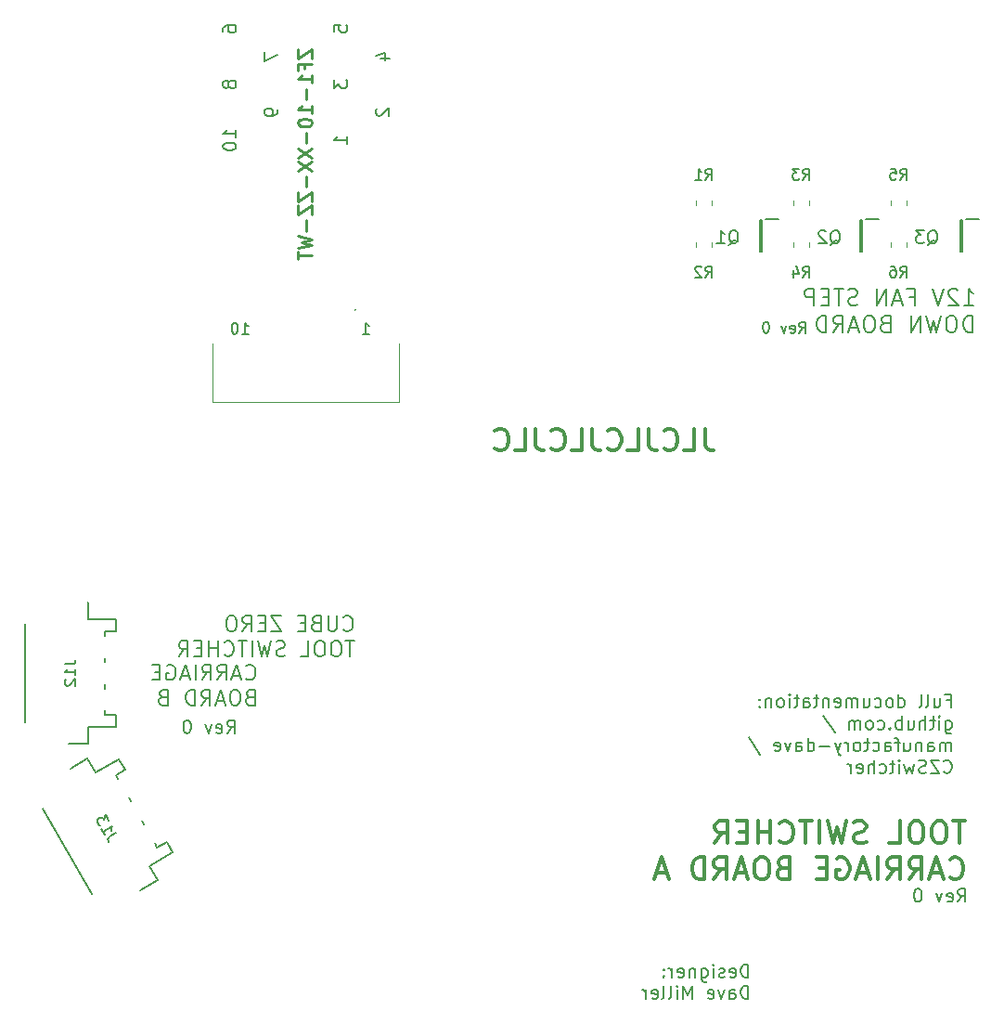
<source format=gbr>
%TF.GenerationSoftware,KiCad,Pcbnew,(5.1.9)-1*%
%TF.CreationDate,2021-02-18T14:59:33+00:00*%
%TF.ProjectId,c-boards_assy_final,632d626f-6172-4647-935f-617373795f66,rev?*%
%TF.SameCoordinates,Original*%
%TF.FileFunction,Legend,Bot*%
%TF.FilePolarity,Positive*%
%FSLAX46Y46*%
G04 Gerber Fmt 4.6, Leading zero omitted, Abs format (unit mm)*
G04 Created by KiCad (PCBNEW (5.1.9)-1) date 2021-02-18 14:59:33*
%MOMM*%
%LPD*%
G01*
G04 APERTURE LIST*
%ADD10C,0.300000*%
%ADD11C,0.200000*%
%ADD12C,0.150000*%
%ADD13C,0.120000*%
%ADD14C,0.100000*%
%ADD15C,0.254000*%
%ADD16C,0.250000*%
%ADD17R,2.200000X2.500000*%
%ADD18R,2.500000X2.200000*%
%ADD19R,4.500000X1.300000*%
%ADD20R,3.900000X1.800000*%
%ADD21C,2.000000*%
%ADD22C,2.700000*%
%ADD23O,1.950000X1.700000*%
%ADD24O,1.700000X1.950000*%
%ADD25R,1.700000X1.700000*%
%ADD26O,1.700000X1.700000*%
%ADD27O,3.600000X1.800000*%
%ADD28C,3.200000*%
%ADD29O,1.700000X2.000000*%
%ADD30C,1.600000*%
%ADD31R,1.600000X1.600000*%
%ADD32R,1.200000X0.650000*%
%ADD33R,0.600000X1.800000*%
G04 APERTURE END LIST*
D10*
X151224095Y-61896761D02*
X151224095Y-63325333D01*
X151319333Y-63611047D01*
X151509809Y-63801523D01*
X151795523Y-63896761D01*
X151986000Y-63896761D01*
X149319333Y-63896761D02*
X150271714Y-63896761D01*
X150271714Y-61896761D01*
X147509809Y-63706285D02*
X147605047Y-63801523D01*
X147890761Y-63896761D01*
X148081238Y-63896761D01*
X148366952Y-63801523D01*
X148557428Y-63611047D01*
X148652666Y-63420571D01*
X148747904Y-63039619D01*
X148747904Y-62753904D01*
X148652666Y-62372952D01*
X148557428Y-62182476D01*
X148366952Y-61992000D01*
X148081238Y-61896761D01*
X147890761Y-61896761D01*
X147605047Y-61992000D01*
X147509809Y-62087238D01*
X146081238Y-61896761D02*
X146081238Y-63325333D01*
X146176476Y-63611047D01*
X146366952Y-63801523D01*
X146652666Y-63896761D01*
X146843142Y-63896761D01*
X144176476Y-63896761D02*
X145128857Y-63896761D01*
X145128857Y-61896761D01*
X142366952Y-63706285D02*
X142462190Y-63801523D01*
X142747904Y-63896761D01*
X142938380Y-63896761D01*
X143224095Y-63801523D01*
X143414571Y-63611047D01*
X143509809Y-63420571D01*
X143605047Y-63039619D01*
X143605047Y-62753904D01*
X143509809Y-62372952D01*
X143414571Y-62182476D01*
X143224095Y-61992000D01*
X142938380Y-61896761D01*
X142747904Y-61896761D01*
X142462190Y-61992000D01*
X142366952Y-62087238D01*
X140938380Y-61896761D02*
X140938380Y-63325333D01*
X141033619Y-63611047D01*
X141224095Y-63801523D01*
X141509809Y-63896761D01*
X141700285Y-63896761D01*
X139033619Y-63896761D02*
X139986000Y-63896761D01*
X139986000Y-61896761D01*
X137224095Y-63706285D02*
X137319333Y-63801523D01*
X137605047Y-63896761D01*
X137795523Y-63896761D01*
X138081238Y-63801523D01*
X138271714Y-63611047D01*
X138366952Y-63420571D01*
X138462190Y-63039619D01*
X138462190Y-62753904D01*
X138366952Y-62372952D01*
X138271714Y-62182476D01*
X138081238Y-61992000D01*
X137795523Y-61896761D01*
X137605047Y-61896761D01*
X137319333Y-61992000D01*
X137224095Y-62087238D01*
X135795523Y-61896761D02*
X135795523Y-63325333D01*
X135890761Y-63611047D01*
X136081238Y-63801523D01*
X136366952Y-63896761D01*
X136557428Y-63896761D01*
X133890761Y-63896761D02*
X134843142Y-63896761D01*
X134843142Y-61896761D01*
X132081238Y-63706285D02*
X132176476Y-63801523D01*
X132462190Y-63896761D01*
X132652666Y-63896761D01*
X132938380Y-63801523D01*
X133128857Y-63611047D01*
X133224095Y-63420571D01*
X133319333Y-63039619D01*
X133319333Y-62753904D01*
X133224095Y-62372952D01*
X133128857Y-62182476D01*
X132938380Y-61992000D01*
X132652666Y-61896761D01*
X132462190Y-61896761D01*
X132176476Y-61992000D01*
X132081238Y-62087238D01*
D11*
X109356666Y-84670000D02*
X109423333Y-84736666D01*
X109623333Y-84803333D01*
X109756666Y-84803333D01*
X109956666Y-84736666D01*
X110090000Y-84603333D01*
X110156666Y-84470000D01*
X110223333Y-84203333D01*
X110223333Y-84003333D01*
X110156666Y-83736666D01*
X110090000Y-83603333D01*
X109956666Y-83470000D01*
X109756666Y-83403333D01*
X109623333Y-83403333D01*
X109423333Y-83470000D01*
X109356666Y-83536666D01*
X108823333Y-84403333D02*
X108156666Y-84403333D01*
X108956666Y-84803333D02*
X108490000Y-83403333D01*
X108023333Y-84803333D01*
X106756666Y-84803333D02*
X107223333Y-84136666D01*
X107556666Y-84803333D02*
X107556666Y-83403333D01*
X107023333Y-83403333D01*
X106890000Y-83470000D01*
X106823333Y-83536666D01*
X106756666Y-83670000D01*
X106756666Y-83870000D01*
X106823333Y-84003333D01*
X106890000Y-84070000D01*
X107023333Y-84136666D01*
X107556666Y-84136666D01*
X105356666Y-84803333D02*
X105823333Y-84136666D01*
X106156666Y-84803333D02*
X106156666Y-83403333D01*
X105623333Y-83403333D01*
X105490000Y-83470000D01*
X105423333Y-83536666D01*
X105356666Y-83670000D01*
X105356666Y-83870000D01*
X105423333Y-84003333D01*
X105490000Y-84070000D01*
X105623333Y-84136666D01*
X106156666Y-84136666D01*
X104756666Y-84803333D02*
X104756666Y-83403333D01*
X104156666Y-84403333D02*
X103490000Y-84403333D01*
X104290000Y-84803333D02*
X103823333Y-83403333D01*
X103356666Y-84803333D01*
X102156666Y-83470000D02*
X102290000Y-83403333D01*
X102490000Y-83403333D01*
X102690000Y-83470000D01*
X102823333Y-83603333D01*
X102890000Y-83736666D01*
X102956666Y-84003333D01*
X102956666Y-84203333D01*
X102890000Y-84470000D01*
X102823333Y-84603333D01*
X102690000Y-84736666D01*
X102490000Y-84803333D01*
X102356666Y-84803333D01*
X102156666Y-84736666D01*
X102090000Y-84670000D01*
X102090000Y-84203333D01*
X102356666Y-84203333D01*
X101490000Y-84070000D02*
X101023333Y-84070000D01*
X100823333Y-84803333D02*
X101490000Y-84803333D01*
X101490000Y-83403333D01*
X100823333Y-83403333D01*
X109690000Y-86370000D02*
X109490000Y-86436666D01*
X109423333Y-86503333D01*
X109356666Y-86636666D01*
X109356666Y-86836666D01*
X109423333Y-86970000D01*
X109490000Y-87036666D01*
X109623333Y-87103333D01*
X110156666Y-87103333D01*
X110156666Y-85703333D01*
X109690000Y-85703333D01*
X109556666Y-85770000D01*
X109490000Y-85836666D01*
X109423333Y-85970000D01*
X109423333Y-86103333D01*
X109490000Y-86236666D01*
X109556666Y-86303333D01*
X109690000Y-86370000D01*
X110156666Y-86370000D01*
X108490000Y-85703333D02*
X108223333Y-85703333D01*
X108090000Y-85770000D01*
X107956666Y-85903333D01*
X107890000Y-86170000D01*
X107890000Y-86636666D01*
X107956666Y-86903333D01*
X108090000Y-87036666D01*
X108223333Y-87103333D01*
X108490000Y-87103333D01*
X108623333Y-87036666D01*
X108756666Y-86903333D01*
X108823333Y-86636666D01*
X108823333Y-86170000D01*
X108756666Y-85903333D01*
X108623333Y-85770000D01*
X108490000Y-85703333D01*
X107356666Y-86703333D02*
X106690000Y-86703333D01*
X107490000Y-87103333D02*
X107023333Y-85703333D01*
X106556666Y-87103333D01*
X105290000Y-87103333D02*
X105756666Y-86436666D01*
X106090000Y-87103333D02*
X106090000Y-85703333D01*
X105556666Y-85703333D01*
X105423333Y-85770000D01*
X105356666Y-85836666D01*
X105290000Y-85970000D01*
X105290000Y-86170000D01*
X105356666Y-86303333D01*
X105423333Y-86370000D01*
X105556666Y-86436666D01*
X106090000Y-86436666D01*
X104690000Y-87103333D02*
X104690000Y-85703333D01*
X104356666Y-85703333D01*
X104156666Y-85770000D01*
X104023333Y-85903333D01*
X103956666Y-86036666D01*
X103890000Y-86303333D01*
X103890000Y-86503333D01*
X103956666Y-86770000D01*
X104023333Y-86903333D01*
X104156666Y-87036666D01*
X104356666Y-87103333D01*
X104690000Y-87103333D01*
X101756666Y-86370000D02*
X101556666Y-86436666D01*
X101490000Y-86503333D01*
X101423333Y-86636666D01*
X101423333Y-86836666D01*
X101490000Y-86970000D01*
X101556666Y-87036666D01*
X101690000Y-87103333D01*
X102223333Y-87103333D01*
X102223333Y-85703333D01*
X101756666Y-85703333D01*
X101623333Y-85770000D01*
X101556666Y-85836666D01*
X101490000Y-85970000D01*
X101490000Y-86103333D01*
X101556666Y-86236666D01*
X101623333Y-86303333D01*
X101756666Y-86370000D01*
X102223333Y-86370000D01*
D12*
X107646071Y-89672857D02*
X108046071Y-89101428D01*
X108331785Y-89672857D02*
X108331785Y-88472857D01*
X107874642Y-88472857D01*
X107760357Y-88530000D01*
X107703214Y-88587142D01*
X107646071Y-88701428D01*
X107646071Y-88872857D01*
X107703214Y-88987142D01*
X107760357Y-89044285D01*
X107874642Y-89101428D01*
X108331785Y-89101428D01*
X106674642Y-89615714D02*
X106788928Y-89672857D01*
X107017500Y-89672857D01*
X107131785Y-89615714D01*
X107188928Y-89501428D01*
X107188928Y-89044285D01*
X107131785Y-88930000D01*
X107017500Y-88872857D01*
X106788928Y-88872857D01*
X106674642Y-88930000D01*
X106617500Y-89044285D01*
X106617500Y-89158571D01*
X107188928Y-89272857D01*
X106217500Y-88872857D02*
X105931785Y-89672857D01*
X105646071Y-88872857D01*
X104046071Y-88472857D02*
X103931785Y-88472857D01*
X103817500Y-88530000D01*
X103760357Y-88587142D01*
X103703214Y-88701428D01*
X103646071Y-88930000D01*
X103646071Y-89215714D01*
X103703214Y-89444285D01*
X103760357Y-89558571D01*
X103817500Y-89615714D01*
X103931785Y-89672857D01*
X104046071Y-89672857D01*
X104160357Y-89615714D01*
X104217500Y-89558571D01*
X104274642Y-89444285D01*
X104331785Y-89215714D01*
X104331785Y-88930000D01*
X104274642Y-88701428D01*
X104217500Y-88587142D01*
X104160357Y-88530000D01*
X104046071Y-88472857D01*
D11*
X118246666Y-80225000D02*
X118313333Y-80291666D01*
X118513333Y-80358333D01*
X118646666Y-80358333D01*
X118846666Y-80291666D01*
X118980000Y-80158333D01*
X119046666Y-80025000D01*
X119113333Y-79758333D01*
X119113333Y-79558333D01*
X119046666Y-79291666D01*
X118980000Y-79158333D01*
X118846666Y-79025000D01*
X118646666Y-78958333D01*
X118513333Y-78958333D01*
X118313333Y-79025000D01*
X118246666Y-79091666D01*
X117646666Y-78958333D02*
X117646666Y-80091666D01*
X117580000Y-80225000D01*
X117513333Y-80291666D01*
X117380000Y-80358333D01*
X117113333Y-80358333D01*
X116980000Y-80291666D01*
X116913333Y-80225000D01*
X116846666Y-80091666D01*
X116846666Y-78958333D01*
X115713333Y-79625000D02*
X115513333Y-79691666D01*
X115446666Y-79758333D01*
X115380000Y-79891666D01*
X115380000Y-80091666D01*
X115446666Y-80225000D01*
X115513333Y-80291666D01*
X115646666Y-80358333D01*
X116180000Y-80358333D01*
X116180000Y-78958333D01*
X115713333Y-78958333D01*
X115580000Y-79025000D01*
X115513333Y-79091666D01*
X115446666Y-79225000D01*
X115446666Y-79358333D01*
X115513333Y-79491666D01*
X115580000Y-79558333D01*
X115713333Y-79625000D01*
X116180000Y-79625000D01*
X114780000Y-79625000D02*
X114313333Y-79625000D01*
X114113333Y-80358333D02*
X114780000Y-80358333D01*
X114780000Y-78958333D01*
X114113333Y-78958333D01*
X112580000Y-78958333D02*
X111646666Y-78958333D01*
X112580000Y-80358333D01*
X111646666Y-80358333D01*
X111113333Y-79625000D02*
X110646666Y-79625000D01*
X110446666Y-80358333D02*
X111113333Y-80358333D01*
X111113333Y-78958333D01*
X110446666Y-78958333D01*
X109046666Y-80358333D02*
X109513333Y-79691666D01*
X109846666Y-80358333D02*
X109846666Y-78958333D01*
X109313333Y-78958333D01*
X109180000Y-79025000D01*
X109113333Y-79091666D01*
X109046666Y-79225000D01*
X109046666Y-79425000D01*
X109113333Y-79558333D01*
X109180000Y-79625000D01*
X109313333Y-79691666D01*
X109846666Y-79691666D01*
X108180000Y-78958333D02*
X107913333Y-78958333D01*
X107780000Y-79025000D01*
X107646666Y-79158333D01*
X107580000Y-79425000D01*
X107580000Y-79891666D01*
X107646666Y-80158333D01*
X107780000Y-80291666D01*
X107913333Y-80358333D01*
X108180000Y-80358333D01*
X108313333Y-80291666D01*
X108446666Y-80158333D01*
X108513333Y-79891666D01*
X108513333Y-79425000D01*
X108446666Y-79158333D01*
X108313333Y-79025000D01*
X108180000Y-78958333D01*
X119246666Y-81258333D02*
X118446666Y-81258333D01*
X118846666Y-82658333D02*
X118846666Y-81258333D01*
X117713333Y-81258333D02*
X117446666Y-81258333D01*
X117313333Y-81325000D01*
X117180000Y-81458333D01*
X117113333Y-81725000D01*
X117113333Y-82191666D01*
X117180000Y-82458333D01*
X117313333Y-82591666D01*
X117446666Y-82658333D01*
X117713333Y-82658333D01*
X117846666Y-82591666D01*
X117980000Y-82458333D01*
X118046666Y-82191666D01*
X118046666Y-81725000D01*
X117980000Y-81458333D01*
X117846666Y-81325000D01*
X117713333Y-81258333D01*
X116246666Y-81258333D02*
X115980000Y-81258333D01*
X115846666Y-81325000D01*
X115713333Y-81458333D01*
X115646666Y-81725000D01*
X115646666Y-82191666D01*
X115713333Y-82458333D01*
X115846666Y-82591666D01*
X115980000Y-82658333D01*
X116246666Y-82658333D01*
X116380000Y-82591666D01*
X116513333Y-82458333D01*
X116580000Y-82191666D01*
X116580000Y-81725000D01*
X116513333Y-81458333D01*
X116380000Y-81325000D01*
X116246666Y-81258333D01*
X114380000Y-82658333D02*
X115046666Y-82658333D01*
X115046666Y-81258333D01*
X112913333Y-82591666D02*
X112713333Y-82658333D01*
X112380000Y-82658333D01*
X112246666Y-82591666D01*
X112180000Y-82525000D01*
X112113333Y-82391666D01*
X112113333Y-82258333D01*
X112180000Y-82125000D01*
X112246666Y-82058333D01*
X112380000Y-81991666D01*
X112646666Y-81925000D01*
X112780000Y-81858333D01*
X112846666Y-81791666D01*
X112913333Y-81658333D01*
X112913333Y-81525000D01*
X112846666Y-81391666D01*
X112780000Y-81325000D01*
X112646666Y-81258333D01*
X112313333Y-81258333D01*
X112113333Y-81325000D01*
X111646666Y-81258333D02*
X111313333Y-82658333D01*
X111046666Y-81658333D01*
X110780000Y-82658333D01*
X110446666Y-81258333D01*
X109913333Y-82658333D02*
X109913333Y-81258333D01*
X109446666Y-81258333D02*
X108646666Y-81258333D01*
X109046666Y-82658333D02*
X109046666Y-81258333D01*
X107380000Y-82525000D02*
X107446666Y-82591666D01*
X107646666Y-82658333D01*
X107780000Y-82658333D01*
X107980000Y-82591666D01*
X108113333Y-82458333D01*
X108180000Y-82325000D01*
X108246666Y-82058333D01*
X108246666Y-81858333D01*
X108180000Y-81591666D01*
X108113333Y-81458333D01*
X107980000Y-81325000D01*
X107780000Y-81258333D01*
X107646666Y-81258333D01*
X107446666Y-81325000D01*
X107380000Y-81391666D01*
X106780000Y-82658333D02*
X106780000Y-81258333D01*
X106780000Y-81925000D02*
X105980000Y-81925000D01*
X105980000Y-82658333D02*
X105980000Y-81258333D01*
X105313333Y-81925000D02*
X104846666Y-81925000D01*
X104646666Y-82658333D02*
X105313333Y-82658333D01*
X105313333Y-81258333D01*
X104646666Y-81258333D01*
X103246666Y-82658333D02*
X103713333Y-81991666D01*
X104046666Y-82658333D02*
X104046666Y-81258333D01*
X103513333Y-81258333D01*
X103380000Y-81325000D01*
X103313333Y-81391666D01*
X103246666Y-81525000D01*
X103246666Y-81725000D01*
X103313333Y-81858333D01*
X103380000Y-81925000D01*
X103513333Y-81991666D01*
X104046666Y-81991666D01*
D10*
X175004523Y-97682761D02*
X173861666Y-97682761D01*
X174433095Y-99682761D02*
X174433095Y-97682761D01*
X172814047Y-97682761D02*
X172433095Y-97682761D01*
X172242619Y-97778000D01*
X172052142Y-97968476D01*
X171956904Y-98349428D01*
X171956904Y-99016095D01*
X172052142Y-99397047D01*
X172242619Y-99587523D01*
X172433095Y-99682761D01*
X172814047Y-99682761D01*
X173004523Y-99587523D01*
X173195000Y-99397047D01*
X173290238Y-99016095D01*
X173290238Y-98349428D01*
X173195000Y-97968476D01*
X173004523Y-97778000D01*
X172814047Y-97682761D01*
X170718809Y-97682761D02*
X170337857Y-97682761D01*
X170147380Y-97778000D01*
X169956904Y-97968476D01*
X169861666Y-98349428D01*
X169861666Y-99016095D01*
X169956904Y-99397047D01*
X170147380Y-99587523D01*
X170337857Y-99682761D01*
X170718809Y-99682761D01*
X170909285Y-99587523D01*
X171099761Y-99397047D01*
X171195000Y-99016095D01*
X171195000Y-98349428D01*
X171099761Y-97968476D01*
X170909285Y-97778000D01*
X170718809Y-97682761D01*
X168052142Y-99682761D02*
X169004523Y-99682761D01*
X169004523Y-97682761D01*
X165956904Y-99587523D02*
X165671190Y-99682761D01*
X165195000Y-99682761D01*
X165004523Y-99587523D01*
X164909285Y-99492285D01*
X164814047Y-99301809D01*
X164814047Y-99111333D01*
X164909285Y-98920857D01*
X165004523Y-98825619D01*
X165195000Y-98730380D01*
X165575952Y-98635142D01*
X165766428Y-98539904D01*
X165861666Y-98444666D01*
X165956904Y-98254190D01*
X165956904Y-98063714D01*
X165861666Y-97873238D01*
X165766428Y-97778000D01*
X165575952Y-97682761D01*
X165099761Y-97682761D01*
X164814047Y-97778000D01*
X164147380Y-97682761D02*
X163671190Y-99682761D01*
X163290238Y-98254190D01*
X162909285Y-99682761D01*
X162433095Y-97682761D01*
X161671190Y-99682761D02*
X161671190Y-97682761D01*
X161004523Y-97682761D02*
X159861666Y-97682761D01*
X160433095Y-99682761D02*
X160433095Y-97682761D01*
X158052142Y-99492285D02*
X158147380Y-99587523D01*
X158433095Y-99682761D01*
X158623571Y-99682761D01*
X158909285Y-99587523D01*
X159099761Y-99397047D01*
X159195000Y-99206571D01*
X159290238Y-98825619D01*
X159290238Y-98539904D01*
X159195000Y-98158952D01*
X159099761Y-97968476D01*
X158909285Y-97778000D01*
X158623571Y-97682761D01*
X158433095Y-97682761D01*
X158147380Y-97778000D01*
X158052142Y-97873238D01*
X157195000Y-99682761D02*
X157195000Y-97682761D01*
X157195000Y-98635142D02*
X156052142Y-98635142D01*
X156052142Y-99682761D02*
X156052142Y-97682761D01*
X155099761Y-98635142D02*
X154433095Y-98635142D01*
X154147380Y-99682761D02*
X155099761Y-99682761D01*
X155099761Y-97682761D01*
X154147380Y-97682761D01*
X152147380Y-99682761D02*
X152814047Y-98730380D01*
X153290238Y-99682761D02*
X153290238Y-97682761D01*
X152528333Y-97682761D01*
X152337857Y-97778000D01*
X152242619Y-97873238D01*
X152147380Y-98063714D01*
X152147380Y-98349428D01*
X152242619Y-98539904D01*
X152337857Y-98635142D01*
X152528333Y-98730380D01*
X153290238Y-98730380D01*
X173575952Y-102792285D02*
X173671190Y-102887523D01*
X173956904Y-102982761D01*
X174147380Y-102982761D01*
X174433095Y-102887523D01*
X174623571Y-102697047D01*
X174718809Y-102506571D01*
X174814047Y-102125619D01*
X174814047Y-101839904D01*
X174718809Y-101458952D01*
X174623571Y-101268476D01*
X174433095Y-101078000D01*
X174147380Y-100982761D01*
X173956904Y-100982761D01*
X173671190Y-101078000D01*
X173575952Y-101173238D01*
X172814047Y-102411333D02*
X171861666Y-102411333D01*
X173004523Y-102982761D02*
X172337857Y-100982761D01*
X171671190Y-102982761D01*
X169861666Y-102982761D02*
X170528333Y-102030380D01*
X171004523Y-102982761D02*
X171004523Y-100982761D01*
X170242619Y-100982761D01*
X170052142Y-101078000D01*
X169956904Y-101173238D01*
X169861666Y-101363714D01*
X169861666Y-101649428D01*
X169956904Y-101839904D01*
X170052142Y-101935142D01*
X170242619Y-102030380D01*
X171004523Y-102030380D01*
X167861666Y-102982761D02*
X168528333Y-102030380D01*
X169004523Y-102982761D02*
X169004523Y-100982761D01*
X168242619Y-100982761D01*
X168052142Y-101078000D01*
X167956904Y-101173238D01*
X167861666Y-101363714D01*
X167861666Y-101649428D01*
X167956904Y-101839904D01*
X168052142Y-101935142D01*
X168242619Y-102030380D01*
X169004523Y-102030380D01*
X167004523Y-102982761D02*
X167004523Y-100982761D01*
X166147380Y-102411333D02*
X165195000Y-102411333D01*
X166337857Y-102982761D02*
X165671190Y-100982761D01*
X165004523Y-102982761D01*
X163290238Y-101078000D02*
X163480714Y-100982761D01*
X163766428Y-100982761D01*
X164052142Y-101078000D01*
X164242619Y-101268476D01*
X164337857Y-101458952D01*
X164433095Y-101839904D01*
X164433095Y-102125619D01*
X164337857Y-102506571D01*
X164242619Y-102697047D01*
X164052142Y-102887523D01*
X163766428Y-102982761D01*
X163575952Y-102982761D01*
X163290238Y-102887523D01*
X163195000Y-102792285D01*
X163195000Y-102125619D01*
X163575952Y-102125619D01*
X162337857Y-101935142D02*
X161671190Y-101935142D01*
X161385476Y-102982761D02*
X162337857Y-102982761D01*
X162337857Y-100982761D01*
X161385476Y-100982761D01*
X158337857Y-101935142D02*
X158052142Y-102030380D01*
X157956904Y-102125619D01*
X157861666Y-102316095D01*
X157861666Y-102601809D01*
X157956904Y-102792285D01*
X158052142Y-102887523D01*
X158242619Y-102982761D01*
X159004523Y-102982761D01*
X159004523Y-100982761D01*
X158337857Y-100982761D01*
X158147380Y-101078000D01*
X158052142Y-101173238D01*
X157956904Y-101363714D01*
X157956904Y-101554190D01*
X158052142Y-101744666D01*
X158147380Y-101839904D01*
X158337857Y-101935142D01*
X159004523Y-101935142D01*
X156623571Y-100982761D02*
X156242619Y-100982761D01*
X156052142Y-101078000D01*
X155861666Y-101268476D01*
X155766428Y-101649428D01*
X155766428Y-102316095D01*
X155861666Y-102697047D01*
X156052142Y-102887523D01*
X156242619Y-102982761D01*
X156623571Y-102982761D01*
X156814047Y-102887523D01*
X157004523Y-102697047D01*
X157099761Y-102316095D01*
X157099761Y-101649428D01*
X157004523Y-101268476D01*
X156814047Y-101078000D01*
X156623571Y-100982761D01*
X155004523Y-102411333D02*
X154052142Y-102411333D01*
X155195000Y-102982761D02*
X154528333Y-100982761D01*
X153861666Y-102982761D01*
X152052142Y-102982761D02*
X152718809Y-102030380D01*
X153195000Y-102982761D02*
X153195000Y-100982761D01*
X152433095Y-100982761D01*
X152242619Y-101078000D01*
X152147380Y-101173238D01*
X152052142Y-101363714D01*
X152052142Y-101649428D01*
X152147380Y-101839904D01*
X152242619Y-101935142D01*
X152433095Y-102030380D01*
X153195000Y-102030380D01*
X151195000Y-102982761D02*
X151195000Y-100982761D01*
X150718809Y-100982761D01*
X150433095Y-101078000D01*
X150242619Y-101268476D01*
X150147380Y-101458952D01*
X150052142Y-101839904D01*
X150052142Y-102125619D01*
X150147380Y-102506571D01*
X150242619Y-102697047D01*
X150433095Y-102887523D01*
X150718809Y-102982761D01*
X151195000Y-102982761D01*
X147766428Y-102411333D02*
X146814047Y-102411333D01*
X147956904Y-102982761D02*
X147290238Y-100982761D01*
X146623571Y-102982761D01*
D11*
X173304285Y-86674285D02*
X173704285Y-86674285D01*
X173704285Y-87302857D02*
X173704285Y-86102857D01*
X173132857Y-86102857D01*
X172161428Y-86502857D02*
X172161428Y-87302857D01*
X172675714Y-86502857D02*
X172675714Y-87131428D01*
X172618571Y-87245714D01*
X172504285Y-87302857D01*
X172332857Y-87302857D01*
X172218571Y-87245714D01*
X172161428Y-87188571D01*
X171418571Y-87302857D02*
X171532857Y-87245714D01*
X171590000Y-87131428D01*
X171590000Y-86102857D01*
X170790000Y-87302857D02*
X170904285Y-87245714D01*
X170961428Y-87131428D01*
X170961428Y-86102857D01*
X168904285Y-87302857D02*
X168904285Y-86102857D01*
X168904285Y-87245714D02*
X169018571Y-87302857D01*
X169247142Y-87302857D01*
X169361428Y-87245714D01*
X169418571Y-87188571D01*
X169475714Y-87074285D01*
X169475714Y-86731428D01*
X169418571Y-86617142D01*
X169361428Y-86560000D01*
X169247142Y-86502857D01*
X169018571Y-86502857D01*
X168904285Y-86560000D01*
X168161428Y-87302857D02*
X168275714Y-87245714D01*
X168332857Y-87188571D01*
X168390000Y-87074285D01*
X168390000Y-86731428D01*
X168332857Y-86617142D01*
X168275714Y-86560000D01*
X168161428Y-86502857D01*
X167990000Y-86502857D01*
X167875714Y-86560000D01*
X167818571Y-86617142D01*
X167761428Y-86731428D01*
X167761428Y-87074285D01*
X167818571Y-87188571D01*
X167875714Y-87245714D01*
X167990000Y-87302857D01*
X168161428Y-87302857D01*
X166732857Y-87245714D02*
X166847142Y-87302857D01*
X167075714Y-87302857D01*
X167190000Y-87245714D01*
X167247142Y-87188571D01*
X167304285Y-87074285D01*
X167304285Y-86731428D01*
X167247142Y-86617142D01*
X167190000Y-86560000D01*
X167075714Y-86502857D01*
X166847142Y-86502857D01*
X166732857Y-86560000D01*
X165704285Y-86502857D02*
X165704285Y-87302857D01*
X166218571Y-86502857D02*
X166218571Y-87131428D01*
X166161428Y-87245714D01*
X166047142Y-87302857D01*
X165875714Y-87302857D01*
X165761428Y-87245714D01*
X165704285Y-87188571D01*
X165132857Y-87302857D02*
X165132857Y-86502857D01*
X165132857Y-86617142D02*
X165075714Y-86560000D01*
X164961428Y-86502857D01*
X164790000Y-86502857D01*
X164675714Y-86560000D01*
X164618571Y-86674285D01*
X164618571Y-87302857D01*
X164618571Y-86674285D02*
X164561428Y-86560000D01*
X164447142Y-86502857D01*
X164275714Y-86502857D01*
X164161428Y-86560000D01*
X164104285Y-86674285D01*
X164104285Y-87302857D01*
X163075714Y-87245714D02*
X163190000Y-87302857D01*
X163418571Y-87302857D01*
X163532857Y-87245714D01*
X163590000Y-87131428D01*
X163590000Y-86674285D01*
X163532857Y-86560000D01*
X163418571Y-86502857D01*
X163190000Y-86502857D01*
X163075714Y-86560000D01*
X163018571Y-86674285D01*
X163018571Y-86788571D01*
X163590000Y-86902857D01*
X162504285Y-86502857D02*
X162504285Y-87302857D01*
X162504285Y-86617142D02*
X162447142Y-86560000D01*
X162332857Y-86502857D01*
X162161428Y-86502857D01*
X162047142Y-86560000D01*
X161990000Y-86674285D01*
X161990000Y-87302857D01*
X161590000Y-86502857D02*
X161132857Y-86502857D01*
X161418571Y-86102857D02*
X161418571Y-87131428D01*
X161361428Y-87245714D01*
X161247142Y-87302857D01*
X161132857Y-87302857D01*
X160218571Y-87302857D02*
X160218571Y-86674285D01*
X160275714Y-86560000D01*
X160390000Y-86502857D01*
X160618571Y-86502857D01*
X160732857Y-86560000D01*
X160218571Y-87245714D02*
X160332857Y-87302857D01*
X160618571Y-87302857D01*
X160732857Y-87245714D01*
X160790000Y-87131428D01*
X160790000Y-87017142D01*
X160732857Y-86902857D01*
X160618571Y-86845714D01*
X160332857Y-86845714D01*
X160218571Y-86788571D01*
X159818571Y-86502857D02*
X159361428Y-86502857D01*
X159647142Y-86102857D02*
X159647142Y-87131428D01*
X159590000Y-87245714D01*
X159475714Y-87302857D01*
X159361428Y-87302857D01*
X158961428Y-87302857D02*
X158961428Y-86502857D01*
X158961428Y-86102857D02*
X159018571Y-86160000D01*
X158961428Y-86217142D01*
X158904285Y-86160000D01*
X158961428Y-86102857D01*
X158961428Y-86217142D01*
X158218571Y-87302857D02*
X158332857Y-87245714D01*
X158390000Y-87188571D01*
X158447142Y-87074285D01*
X158447142Y-86731428D01*
X158390000Y-86617142D01*
X158332857Y-86560000D01*
X158218571Y-86502857D01*
X158047142Y-86502857D01*
X157932857Y-86560000D01*
X157875714Y-86617142D01*
X157818571Y-86731428D01*
X157818571Y-87074285D01*
X157875714Y-87188571D01*
X157932857Y-87245714D01*
X158047142Y-87302857D01*
X158218571Y-87302857D01*
X157304285Y-86502857D02*
X157304285Y-87302857D01*
X157304285Y-86617142D02*
X157247142Y-86560000D01*
X157132857Y-86502857D01*
X156961428Y-86502857D01*
X156847142Y-86560000D01*
X156790000Y-86674285D01*
X156790000Y-87302857D01*
X156218571Y-87188571D02*
X156161428Y-87245714D01*
X156218571Y-87302857D01*
X156275714Y-87245714D01*
X156218571Y-87188571D01*
X156218571Y-87302857D01*
X156218571Y-86560000D02*
X156161428Y-86617142D01*
X156218571Y-86674285D01*
X156275714Y-86617142D01*
X156218571Y-86560000D01*
X156218571Y-86674285D01*
X173190000Y-88502857D02*
X173190000Y-89474285D01*
X173247142Y-89588571D01*
X173304285Y-89645714D01*
X173418571Y-89702857D01*
X173590000Y-89702857D01*
X173704285Y-89645714D01*
X173190000Y-89245714D02*
X173304285Y-89302857D01*
X173532857Y-89302857D01*
X173647142Y-89245714D01*
X173704285Y-89188571D01*
X173761428Y-89074285D01*
X173761428Y-88731428D01*
X173704285Y-88617142D01*
X173647142Y-88560000D01*
X173532857Y-88502857D01*
X173304285Y-88502857D01*
X173190000Y-88560000D01*
X172618571Y-89302857D02*
X172618571Y-88502857D01*
X172618571Y-88102857D02*
X172675714Y-88160000D01*
X172618571Y-88217142D01*
X172561428Y-88160000D01*
X172618571Y-88102857D01*
X172618571Y-88217142D01*
X172218571Y-88502857D02*
X171761428Y-88502857D01*
X172047142Y-88102857D02*
X172047142Y-89131428D01*
X171990000Y-89245714D01*
X171875714Y-89302857D01*
X171761428Y-89302857D01*
X171361428Y-89302857D02*
X171361428Y-88102857D01*
X170847142Y-89302857D02*
X170847142Y-88674285D01*
X170904285Y-88560000D01*
X171018571Y-88502857D01*
X171190000Y-88502857D01*
X171304285Y-88560000D01*
X171361428Y-88617142D01*
X169761428Y-88502857D02*
X169761428Y-89302857D01*
X170275714Y-88502857D02*
X170275714Y-89131428D01*
X170218571Y-89245714D01*
X170104285Y-89302857D01*
X169932857Y-89302857D01*
X169818571Y-89245714D01*
X169761428Y-89188571D01*
X169190000Y-89302857D02*
X169190000Y-88102857D01*
X169190000Y-88560000D02*
X169075714Y-88502857D01*
X168847142Y-88502857D01*
X168732857Y-88560000D01*
X168675714Y-88617142D01*
X168618571Y-88731428D01*
X168618571Y-89074285D01*
X168675714Y-89188571D01*
X168732857Y-89245714D01*
X168847142Y-89302857D01*
X169075714Y-89302857D01*
X169190000Y-89245714D01*
X168104285Y-89188571D02*
X168047142Y-89245714D01*
X168104285Y-89302857D01*
X168161428Y-89245714D01*
X168104285Y-89188571D01*
X168104285Y-89302857D01*
X167018571Y-89245714D02*
X167132857Y-89302857D01*
X167361428Y-89302857D01*
X167475714Y-89245714D01*
X167532857Y-89188571D01*
X167590000Y-89074285D01*
X167590000Y-88731428D01*
X167532857Y-88617142D01*
X167475714Y-88560000D01*
X167361428Y-88502857D01*
X167132857Y-88502857D01*
X167018571Y-88560000D01*
X166332857Y-89302857D02*
X166447142Y-89245714D01*
X166504285Y-89188571D01*
X166561428Y-89074285D01*
X166561428Y-88731428D01*
X166504285Y-88617142D01*
X166447142Y-88560000D01*
X166332857Y-88502857D01*
X166161428Y-88502857D01*
X166047142Y-88560000D01*
X165990000Y-88617142D01*
X165932857Y-88731428D01*
X165932857Y-89074285D01*
X165990000Y-89188571D01*
X166047142Y-89245714D01*
X166161428Y-89302857D01*
X166332857Y-89302857D01*
X165418571Y-89302857D02*
X165418571Y-88502857D01*
X165418571Y-88617142D02*
X165361428Y-88560000D01*
X165247142Y-88502857D01*
X165075714Y-88502857D01*
X164961428Y-88560000D01*
X164904285Y-88674285D01*
X164904285Y-89302857D01*
X164904285Y-88674285D02*
X164847142Y-88560000D01*
X164732857Y-88502857D01*
X164561428Y-88502857D01*
X164447142Y-88560000D01*
X164390000Y-88674285D01*
X164390000Y-89302857D01*
X162047142Y-88045714D02*
X163075714Y-89588571D01*
X173704285Y-91302857D02*
X173704285Y-90502857D01*
X173704285Y-90617142D02*
X173647142Y-90560000D01*
X173532857Y-90502857D01*
X173361428Y-90502857D01*
X173247142Y-90560000D01*
X173190000Y-90674285D01*
X173190000Y-91302857D01*
X173190000Y-90674285D02*
X173132857Y-90560000D01*
X173018571Y-90502857D01*
X172847142Y-90502857D01*
X172732857Y-90560000D01*
X172675714Y-90674285D01*
X172675714Y-91302857D01*
X171590000Y-91302857D02*
X171590000Y-90674285D01*
X171647142Y-90560000D01*
X171761428Y-90502857D01*
X171990000Y-90502857D01*
X172104285Y-90560000D01*
X171590000Y-91245714D02*
X171704285Y-91302857D01*
X171990000Y-91302857D01*
X172104285Y-91245714D01*
X172161428Y-91131428D01*
X172161428Y-91017142D01*
X172104285Y-90902857D01*
X171990000Y-90845714D01*
X171704285Y-90845714D01*
X171590000Y-90788571D01*
X171018571Y-90502857D02*
X171018571Y-91302857D01*
X171018571Y-90617142D02*
X170961428Y-90560000D01*
X170847142Y-90502857D01*
X170675714Y-90502857D01*
X170561428Y-90560000D01*
X170504285Y-90674285D01*
X170504285Y-91302857D01*
X169418571Y-90502857D02*
X169418571Y-91302857D01*
X169932857Y-90502857D02*
X169932857Y-91131428D01*
X169875714Y-91245714D01*
X169761428Y-91302857D01*
X169590000Y-91302857D01*
X169475714Y-91245714D01*
X169418571Y-91188571D01*
X169018571Y-90502857D02*
X168561428Y-90502857D01*
X168847142Y-91302857D02*
X168847142Y-90274285D01*
X168790000Y-90160000D01*
X168675714Y-90102857D01*
X168561428Y-90102857D01*
X167647142Y-91302857D02*
X167647142Y-90674285D01*
X167704285Y-90560000D01*
X167818571Y-90502857D01*
X168047142Y-90502857D01*
X168161428Y-90560000D01*
X167647142Y-91245714D02*
X167761428Y-91302857D01*
X168047142Y-91302857D01*
X168161428Y-91245714D01*
X168218571Y-91131428D01*
X168218571Y-91017142D01*
X168161428Y-90902857D01*
X168047142Y-90845714D01*
X167761428Y-90845714D01*
X167647142Y-90788571D01*
X166561428Y-91245714D02*
X166675714Y-91302857D01*
X166904285Y-91302857D01*
X167018571Y-91245714D01*
X167075714Y-91188571D01*
X167132857Y-91074285D01*
X167132857Y-90731428D01*
X167075714Y-90617142D01*
X167018571Y-90560000D01*
X166904285Y-90502857D01*
X166675714Y-90502857D01*
X166561428Y-90560000D01*
X166218571Y-90502857D02*
X165761428Y-90502857D01*
X166047142Y-90102857D02*
X166047142Y-91131428D01*
X165990000Y-91245714D01*
X165875714Y-91302857D01*
X165761428Y-91302857D01*
X165190000Y-91302857D02*
X165304285Y-91245714D01*
X165361428Y-91188571D01*
X165418571Y-91074285D01*
X165418571Y-90731428D01*
X165361428Y-90617142D01*
X165304285Y-90560000D01*
X165190000Y-90502857D01*
X165018571Y-90502857D01*
X164904285Y-90560000D01*
X164847142Y-90617142D01*
X164790000Y-90731428D01*
X164790000Y-91074285D01*
X164847142Y-91188571D01*
X164904285Y-91245714D01*
X165018571Y-91302857D01*
X165190000Y-91302857D01*
X164275714Y-91302857D02*
X164275714Y-90502857D01*
X164275714Y-90731428D02*
X164218571Y-90617142D01*
X164161428Y-90560000D01*
X164047142Y-90502857D01*
X163932857Y-90502857D01*
X163647142Y-90502857D02*
X163361428Y-91302857D01*
X163075714Y-90502857D02*
X163361428Y-91302857D01*
X163475714Y-91588571D01*
X163532857Y-91645714D01*
X163647142Y-91702857D01*
X162618571Y-90845714D02*
X161704285Y-90845714D01*
X160618571Y-91302857D02*
X160618571Y-90102857D01*
X160618571Y-91245714D02*
X160732857Y-91302857D01*
X160961428Y-91302857D01*
X161075714Y-91245714D01*
X161132857Y-91188571D01*
X161190000Y-91074285D01*
X161190000Y-90731428D01*
X161132857Y-90617142D01*
X161075714Y-90560000D01*
X160961428Y-90502857D01*
X160732857Y-90502857D01*
X160618571Y-90560000D01*
X159532857Y-91302857D02*
X159532857Y-90674285D01*
X159590000Y-90560000D01*
X159704285Y-90502857D01*
X159932857Y-90502857D01*
X160047142Y-90560000D01*
X159532857Y-91245714D02*
X159647142Y-91302857D01*
X159932857Y-91302857D01*
X160047142Y-91245714D01*
X160104285Y-91131428D01*
X160104285Y-91017142D01*
X160047142Y-90902857D01*
X159932857Y-90845714D01*
X159647142Y-90845714D01*
X159532857Y-90788571D01*
X159075714Y-90502857D02*
X158790000Y-91302857D01*
X158504285Y-90502857D01*
X157590000Y-91245714D02*
X157704285Y-91302857D01*
X157932857Y-91302857D01*
X158047142Y-91245714D01*
X158104285Y-91131428D01*
X158104285Y-90674285D01*
X158047142Y-90560000D01*
X157932857Y-90502857D01*
X157704285Y-90502857D01*
X157590000Y-90560000D01*
X157532857Y-90674285D01*
X157532857Y-90788571D01*
X158104285Y-90902857D01*
X155247142Y-90045714D02*
X156275714Y-91588571D01*
X173018571Y-93188571D02*
X173075714Y-93245714D01*
X173247142Y-93302857D01*
X173361428Y-93302857D01*
X173532857Y-93245714D01*
X173647142Y-93131428D01*
X173704285Y-93017142D01*
X173761428Y-92788571D01*
X173761428Y-92617142D01*
X173704285Y-92388571D01*
X173647142Y-92274285D01*
X173532857Y-92160000D01*
X173361428Y-92102857D01*
X173247142Y-92102857D01*
X173075714Y-92160000D01*
X173018571Y-92217142D01*
X172618571Y-92102857D02*
X171818571Y-92102857D01*
X172618571Y-93302857D01*
X171818571Y-93302857D01*
X171418571Y-93245714D02*
X171247142Y-93302857D01*
X170961428Y-93302857D01*
X170847142Y-93245714D01*
X170790000Y-93188571D01*
X170732857Y-93074285D01*
X170732857Y-92960000D01*
X170790000Y-92845714D01*
X170847142Y-92788571D01*
X170961428Y-92731428D01*
X171190000Y-92674285D01*
X171304285Y-92617142D01*
X171361428Y-92560000D01*
X171418571Y-92445714D01*
X171418571Y-92331428D01*
X171361428Y-92217142D01*
X171304285Y-92160000D01*
X171190000Y-92102857D01*
X170904285Y-92102857D01*
X170732857Y-92160000D01*
X170332857Y-92502857D02*
X170104285Y-93302857D01*
X169875714Y-92731428D01*
X169647142Y-93302857D01*
X169418571Y-92502857D01*
X168961428Y-93302857D02*
X168961428Y-92502857D01*
X168961428Y-92102857D02*
X169018571Y-92160000D01*
X168961428Y-92217142D01*
X168904285Y-92160000D01*
X168961428Y-92102857D01*
X168961428Y-92217142D01*
X168561428Y-92502857D02*
X168104285Y-92502857D01*
X168390000Y-92102857D02*
X168390000Y-93131428D01*
X168332857Y-93245714D01*
X168218571Y-93302857D01*
X168104285Y-93302857D01*
X167190000Y-93245714D02*
X167304285Y-93302857D01*
X167532857Y-93302857D01*
X167647142Y-93245714D01*
X167704285Y-93188571D01*
X167761428Y-93074285D01*
X167761428Y-92731428D01*
X167704285Y-92617142D01*
X167647142Y-92560000D01*
X167532857Y-92502857D01*
X167304285Y-92502857D01*
X167190000Y-92560000D01*
X166675714Y-93302857D02*
X166675714Y-92102857D01*
X166161428Y-93302857D02*
X166161428Y-92674285D01*
X166218571Y-92560000D01*
X166332857Y-92502857D01*
X166504285Y-92502857D01*
X166618571Y-92560000D01*
X166675714Y-92617142D01*
X165132857Y-93245714D02*
X165247142Y-93302857D01*
X165475714Y-93302857D01*
X165590000Y-93245714D01*
X165647142Y-93131428D01*
X165647142Y-92674285D01*
X165590000Y-92560000D01*
X165475714Y-92502857D01*
X165247142Y-92502857D01*
X165132857Y-92560000D01*
X165075714Y-92674285D01*
X165075714Y-92788571D01*
X165647142Y-92902857D01*
X164561428Y-93302857D02*
X164561428Y-92502857D01*
X164561428Y-92731428D02*
X164504285Y-92617142D01*
X164447142Y-92560000D01*
X164332857Y-92502857D01*
X164218571Y-92502857D01*
D12*
X174321071Y-105034857D02*
X174721071Y-104463428D01*
X175006785Y-105034857D02*
X175006785Y-103834857D01*
X174549642Y-103834857D01*
X174435357Y-103892000D01*
X174378214Y-103949142D01*
X174321071Y-104063428D01*
X174321071Y-104234857D01*
X174378214Y-104349142D01*
X174435357Y-104406285D01*
X174549642Y-104463428D01*
X175006785Y-104463428D01*
X173349642Y-104977714D02*
X173463928Y-105034857D01*
X173692500Y-105034857D01*
X173806785Y-104977714D01*
X173863928Y-104863428D01*
X173863928Y-104406285D01*
X173806785Y-104292000D01*
X173692500Y-104234857D01*
X173463928Y-104234857D01*
X173349642Y-104292000D01*
X173292500Y-104406285D01*
X173292500Y-104520571D01*
X173863928Y-104634857D01*
X172892500Y-104234857D02*
X172606785Y-105034857D01*
X172321071Y-104234857D01*
X170721071Y-103834857D02*
X170606785Y-103834857D01*
X170492500Y-103892000D01*
X170435357Y-103949142D01*
X170378214Y-104063428D01*
X170321071Y-104292000D01*
X170321071Y-104577714D01*
X170378214Y-104806285D01*
X170435357Y-104920571D01*
X170492500Y-104977714D01*
X170606785Y-105034857D01*
X170721071Y-105034857D01*
X170835357Y-104977714D01*
X170892500Y-104920571D01*
X170949642Y-104806285D01*
X171006785Y-104577714D01*
X171006785Y-104292000D01*
X170949642Y-104063428D01*
X170892500Y-103949142D01*
X170835357Y-103892000D01*
X170721071Y-103834857D01*
X155194785Y-111933857D02*
X155194785Y-110733857D01*
X154909071Y-110733857D01*
X154737642Y-110791000D01*
X154623357Y-110905285D01*
X154566214Y-111019571D01*
X154509071Y-111248142D01*
X154509071Y-111419571D01*
X154566214Y-111648142D01*
X154623357Y-111762428D01*
X154737642Y-111876714D01*
X154909071Y-111933857D01*
X155194785Y-111933857D01*
X153537642Y-111876714D02*
X153651928Y-111933857D01*
X153880500Y-111933857D01*
X153994785Y-111876714D01*
X154051928Y-111762428D01*
X154051928Y-111305285D01*
X153994785Y-111191000D01*
X153880500Y-111133857D01*
X153651928Y-111133857D01*
X153537642Y-111191000D01*
X153480500Y-111305285D01*
X153480500Y-111419571D01*
X154051928Y-111533857D01*
X153023357Y-111876714D02*
X152909071Y-111933857D01*
X152680500Y-111933857D01*
X152566214Y-111876714D01*
X152509071Y-111762428D01*
X152509071Y-111705285D01*
X152566214Y-111591000D01*
X152680500Y-111533857D01*
X152851928Y-111533857D01*
X152966214Y-111476714D01*
X153023357Y-111362428D01*
X153023357Y-111305285D01*
X152966214Y-111191000D01*
X152851928Y-111133857D01*
X152680500Y-111133857D01*
X152566214Y-111191000D01*
X151994785Y-111933857D02*
X151994785Y-111133857D01*
X151994785Y-110733857D02*
X152051928Y-110791000D01*
X151994785Y-110848142D01*
X151937642Y-110791000D01*
X151994785Y-110733857D01*
X151994785Y-110848142D01*
X150909071Y-111133857D02*
X150909071Y-112105285D01*
X150966214Y-112219571D01*
X151023357Y-112276714D01*
X151137642Y-112333857D01*
X151309071Y-112333857D01*
X151423357Y-112276714D01*
X150909071Y-111876714D02*
X151023357Y-111933857D01*
X151251928Y-111933857D01*
X151366214Y-111876714D01*
X151423357Y-111819571D01*
X151480500Y-111705285D01*
X151480500Y-111362428D01*
X151423357Y-111248142D01*
X151366214Y-111191000D01*
X151251928Y-111133857D01*
X151023357Y-111133857D01*
X150909071Y-111191000D01*
X150337642Y-111133857D02*
X150337642Y-111933857D01*
X150337642Y-111248142D02*
X150280500Y-111191000D01*
X150166214Y-111133857D01*
X149994785Y-111133857D01*
X149880500Y-111191000D01*
X149823357Y-111305285D01*
X149823357Y-111933857D01*
X148794785Y-111876714D02*
X148909071Y-111933857D01*
X149137642Y-111933857D01*
X149251928Y-111876714D01*
X149309071Y-111762428D01*
X149309071Y-111305285D01*
X149251928Y-111191000D01*
X149137642Y-111133857D01*
X148909071Y-111133857D01*
X148794785Y-111191000D01*
X148737642Y-111305285D01*
X148737642Y-111419571D01*
X149309071Y-111533857D01*
X148223357Y-111933857D02*
X148223357Y-111133857D01*
X148223357Y-111362428D02*
X148166214Y-111248142D01*
X148109071Y-111191000D01*
X147994785Y-111133857D01*
X147880500Y-111133857D01*
X147480500Y-111819571D02*
X147423357Y-111876714D01*
X147480500Y-111933857D01*
X147537642Y-111876714D01*
X147480500Y-111819571D01*
X147480500Y-111933857D01*
X147480500Y-111191000D02*
X147423357Y-111248142D01*
X147480500Y-111305285D01*
X147537642Y-111248142D01*
X147480500Y-111191000D01*
X147480500Y-111305285D01*
X155194785Y-113883857D02*
X155194785Y-112683857D01*
X154909071Y-112683857D01*
X154737642Y-112741000D01*
X154623357Y-112855285D01*
X154566214Y-112969571D01*
X154509071Y-113198142D01*
X154509071Y-113369571D01*
X154566214Y-113598142D01*
X154623357Y-113712428D01*
X154737642Y-113826714D01*
X154909071Y-113883857D01*
X155194785Y-113883857D01*
X153480500Y-113883857D02*
X153480500Y-113255285D01*
X153537642Y-113141000D01*
X153651928Y-113083857D01*
X153880500Y-113083857D01*
X153994785Y-113141000D01*
X153480500Y-113826714D02*
X153594785Y-113883857D01*
X153880500Y-113883857D01*
X153994785Y-113826714D01*
X154051928Y-113712428D01*
X154051928Y-113598142D01*
X153994785Y-113483857D01*
X153880500Y-113426714D01*
X153594785Y-113426714D01*
X153480500Y-113369571D01*
X153023357Y-113083857D02*
X152737642Y-113883857D01*
X152451928Y-113083857D01*
X151537642Y-113826714D02*
X151651928Y-113883857D01*
X151880500Y-113883857D01*
X151994785Y-113826714D01*
X152051928Y-113712428D01*
X152051928Y-113255285D01*
X151994785Y-113141000D01*
X151880500Y-113083857D01*
X151651928Y-113083857D01*
X151537642Y-113141000D01*
X151480500Y-113255285D01*
X151480500Y-113369571D01*
X152051928Y-113483857D01*
X150051928Y-113883857D02*
X150051928Y-112683857D01*
X149651928Y-113541000D01*
X149251928Y-112683857D01*
X149251928Y-113883857D01*
X148680500Y-113883857D02*
X148680500Y-113083857D01*
X148680500Y-112683857D02*
X148737642Y-112741000D01*
X148680500Y-112798142D01*
X148623357Y-112741000D01*
X148680500Y-112683857D01*
X148680500Y-112798142D01*
X147937642Y-113883857D02*
X148051928Y-113826714D01*
X148109071Y-113712428D01*
X148109071Y-112683857D01*
X147309071Y-113883857D02*
X147423357Y-113826714D01*
X147480500Y-113712428D01*
X147480500Y-112683857D01*
X146394785Y-113826714D02*
X146509071Y-113883857D01*
X146737642Y-113883857D01*
X146851928Y-113826714D01*
X146909071Y-113712428D01*
X146909071Y-113255285D01*
X146851928Y-113141000D01*
X146737642Y-113083857D01*
X146509071Y-113083857D01*
X146394785Y-113141000D01*
X146337642Y-113255285D01*
X146337642Y-113369571D01*
X146909071Y-113483857D01*
X145823357Y-113883857D02*
X145823357Y-113083857D01*
X145823357Y-113312428D02*
X145766214Y-113198142D01*
X145709071Y-113141000D01*
X145594785Y-113083857D01*
X145480500Y-113083857D01*
X159853142Y-53157380D02*
X160186476Y-52681190D01*
X160424571Y-53157380D02*
X160424571Y-52157380D01*
X160043619Y-52157380D01*
X159948380Y-52205000D01*
X159900761Y-52252619D01*
X159853142Y-52347857D01*
X159853142Y-52490714D01*
X159900761Y-52585952D01*
X159948380Y-52633571D01*
X160043619Y-52681190D01*
X160424571Y-52681190D01*
X159043619Y-53109761D02*
X159138857Y-53157380D01*
X159329333Y-53157380D01*
X159424571Y-53109761D01*
X159472190Y-53014523D01*
X159472190Y-52633571D01*
X159424571Y-52538333D01*
X159329333Y-52490714D01*
X159138857Y-52490714D01*
X159043619Y-52538333D01*
X158996000Y-52633571D01*
X158996000Y-52728809D01*
X159472190Y-52824047D01*
X158662666Y-52490714D02*
X158424571Y-53157380D01*
X158186476Y-52490714D01*
X156853142Y-52157380D02*
X156757904Y-52157380D01*
X156662666Y-52205000D01*
X156615047Y-52252619D01*
X156567428Y-52347857D01*
X156519809Y-52538333D01*
X156519809Y-52776428D01*
X156567428Y-52966904D01*
X156615047Y-53062142D01*
X156662666Y-53109761D01*
X156757904Y-53157380D01*
X156853142Y-53157380D01*
X156948380Y-53109761D01*
X156996000Y-53062142D01*
X157043619Y-52966904D01*
X157091238Y-52776428D01*
X157091238Y-52538333D01*
X157043619Y-52347857D01*
X156996000Y-52252619D01*
X156948380Y-52205000D01*
X156853142Y-52157380D01*
D11*
X174876142Y-50634571D02*
X175733285Y-50634571D01*
X175304714Y-50634571D02*
X175304714Y-49134571D01*
X175447571Y-49348857D01*
X175590428Y-49491714D01*
X175733285Y-49563142D01*
X174304714Y-49277428D02*
X174233285Y-49206000D01*
X174090428Y-49134571D01*
X173733285Y-49134571D01*
X173590428Y-49206000D01*
X173519000Y-49277428D01*
X173447571Y-49420285D01*
X173447571Y-49563142D01*
X173519000Y-49777428D01*
X174376142Y-50634571D01*
X173447571Y-50634571D01*
X173019000Y-49134571D02*
X172519000Y-50634571D01*
X172019000Y-49134571D01*
X169876142Y-49848857D02*
X170376142Y-49848857D01*
X170376142Y-50634571D02*
X170376142Y-49134571D01*
X169661857Y-49134571D01*
X169161857Y-50206000D02*
X168447571Y-50206000D01*
X169304714Y-50634571D02*
X168804714Y-49134571D01*
X168304714Y-50634571D01*
X167804714Y-50634571D02*
X167804714Y-49134571D01*
X166947571Y-50634571D01*
X166947571Y-49134571D01*
X165161857Y-50563142D02*
X164947571Y-50634571D01*
X164590428Y-50634571D01*
X164447571Y-50563142D01*
X164376142Y-50491714D01*
X164304714Y-50348857D01*
X164304714Y-50206000D01*
X164376142Y-50063142D01*
X164447571Y-49991714D01*
X164590428Y-49920285D01*
X164876142Y-49848857D01*
X165019000Y-49777428D01*
X165090428Y-49706000D01*
X165161857Y-49563142D01*
X165161857Y-49420285D01*
X165090428Y-49277428D01*
X165019000Y-49206000D01*
X164876142Y-49134571D01*
X164519000Y-49134571D01*
X164304714Y-49206000D01*
X163876142Y-49134571D02*
X163019000Y-49134571D01*
X163447571Y-50634571D02*
X163447571Y-49134571D01*
X162519000Y-49848857D02*
X162019000Y-49848857D01*
X161804714Y-50634571D02*
X162519000Y-50634571D01*
X162519000Y-49134571D01*
X161804714Y-49134571D01*
X161161857Y-50634571D02*
X161161857Y-49134571D01*
X160590428Y-49134571D01*
X160447571Y-49206000D01*
X160376142Y-49277428D01*
X160304714Y-49420285D01*
X160304714Y-49634571D01*
X160376142Y-49777428D01*
X160447571Y-49848857D01*
X160590428Y-49920285D01*
X161161857Y-49920285D01*
X175661857Y-53084571D02*
X175661857Y-51584571D01*
X175304714Y-51584571D01*
X175090428Y-51656000D01*
X174947571Y-51798857D01*
X174876142Y-51941714D01*
X174804714Y-52227428D01*
X174804714Y-52441714D01*
X174876142Y-52727428D01*
X174947571Y-52870285D01*
X175090428Y-53013142D01*
X175304714Y-53084571D01*
X175661857Y-53084571D01*
X173876142Y-51584571D02*
X173590428Y-51584571D01*
X173447571Y-51656000D01*
X173304714Y-51798857D01*
X173233285Y-52084571D01*
X173233285Y-52584571D01*
X173304714Y-52870285D01*
X173447571Y-53013142D01*
X173590428Y-53084571D01*
X173876142Y-53084571D01*
X174019000Y-53013142D01*
X174161857Y-52870285D01*
X174233285Y-52584571D01*
X174233285Y-52084571D01*
X174161857Y-51798857D01*
X174019000Y-51656000D01*
X173876142Y-51584571D01*
X172733285Y-51584571D02*
X172376142Y-53084571D01*
X172090428Y-52013142D01*
X171804714Y-53084571D01*
X171447571Y-51584571D01*
X170876142Y-53084571D02*
X170876142Y-51584571D01*
X170019000Y-53084571D01*
X170019000Y-51584571D01*
X167661857Y-52298857D02*
X167447571Y-52370285D01*
X167376142Y-52441714D01*
X167304714Y-52584571D01*
X167304714Y-52798857D01*
X167376142Y-52941714D01*
X167447571Y-53013142D01*
X167590428Y-53084571D01*
X168161857Y-53084571D01*
X168161857Y-51584571D01*
X167661857Y-51584571D01*
X167519000Y-51656000D01*
X167447571Y-51727428D01*
X167376142Y-51870285D01*
X167376142Y-52013142D01*
X167447571Y-52156000D01*
X167519000Y-52227428D01*
X167661857Y-52298857D01*
X168161857Y-52298857D01*
X166376142Y-51584571D02*
X166090428Y-51584571D01*
X165947571Y-51656000D01*
X165804714Y-51798857D01*
X165733285Y-52084571D01*
X165733285Y-52584571D01*
X165804714Y-52870285D01*
X165947571Y-53013142D01*
X166090428Y-53084571D01*
X166376142Y-53084571D01*
X166519000Y-53013142D01*
X166661857Y-52870285D01*
X166733285Y-52584571D01*
X166733285Y-52084571D01*
X166661857Y-51798857D01*
X166519000Y-51656000D01*
X166376142Y-51584571D01*
X165161857Y-52656000D02*
X164447571Y-52656000D01*
X165304714Y-53084571D02*
X164804714Y-51584571D01*
X164304714Y-53084571D01*
X162947571Y-53084571D02*
X163447571Y-52370285D01*
X163804714Y-53084571D02*
X163804714Y-51584571D01*
X163233285Y-51584571D01*
X163090428Y-51656000D01*
X163019000Y-51727428D01*
X162947571Y-51870285D01*
X162947571Y-52084571D01*
X163019000Y-52227428D01*
X163090428Y-52298857D01*
X163233285Y-52370285D01*
X163804714Y-52370285D01*
X162304714Y-53084571D02*
X162304714Y-51584571D01*
X161947571Y-51584571D01*
X161733285Y-51656000D01*
X161590428Y-51798857D01*
X161519000Y-51941714D01*
X161447571Y-52227428D01*
X161447571Y-52441714D01*
X161519000Y-52727428D01*
X161590428Y-52870285D01*
X161733285Y-53013142D01*
X161947571Y-53084571D01*
X162304714Y-53084571D01*
D12*
X121324742Y-32677142D02*
X121267600Y-32734285D01*
X121210457Y-32848571D01*
X121210457Y-33134285D01*
X121267600Y-33248571D01*
X121324742Y-33305714D01*
X121439028Y-33362857D01*
X121553314Y-33362857D01*
X121724742Y-33305714D01*
X122410457Y-32620000D01*
X122410457Y-33362857D01*
X121662857Y-28168571D02*
X122462857Y-28168571D01*
X121205714Y-27882857D02*
X122062857Y-27597142D01*
X122062857Y-28340000D01*
X111071657Y-27546200D02*
X111071657Y-28346200D01*
X112271657Y-27831914D01*
X112271657Y-32797628D02*
X112271657Y-33026200D01*
X112214514Y-33140485D01*
X112157371Y-33197628D01*
X111985942Y-33311914D01*
X111757371Y-33369057D01*
X111300228Y-33369057D01*
X111185942Y-33311914D01*
X111128800Y-33254771D01*
X111071657Y-33140485D01*
X111071657Y-32911914D01*
X111128800Y-32797628D01*
X111185942Y-32740485D01*
X111300228Y-32683342D01*
X111585942Y-32683342D01*
X111700228Y-32740485D01*
X111757371Y-32797628D01*
X111814514Y-32911914D01*
X111814514Y-33140485D01*
X111757371Y-33254771D01*
X111700228Y-33311914D01*
X111585942Y-33369057D01*
X108461657Y-35337628D02*
X108461657Y-34651914D01*
X108461657Y-34994771D02*
X107261657Y-34994771D01*
X107433085Y-34880485D01*
X107547371Y-34766200D01*
X107604514Y-34651914D01*
X107261657Y-36080485D02*
X107261657Y-36194771D01*
X107318800Y-36309057D01*
X107375942Y-36366200D01*
X107490228Y-36423342D01*
X107718800Y-36480485D01*
X108004514Y-36480485D01*
X108233085Y-36423342D01*
X108347371Y-36366200D01*
X108404514Y-36309057D01*
X108461657Y-36194771D01*
X108461657Y-36080485D01*
X108404514Y-35966200D01*
X108347371Y-35909057D01*
X108233085Y-35851914D01*
X108004514Y-35794771D01*
X107718800Y-35794771D01*
X107490228Y-35851914D01*
X107375942Y-35909057D01*
X107318800Y-35966200D01*
X107261657Y-36080485D01*
X107775942Y-30371914D02*
X107718800Y-30257628D01*
X107661657Y-30200485D01*
X107547371Y-30143342D01*
X107490228Y-30143342D01*
X107375942Y-30200485D01*
X107318800Y-30257628D01*
X107261657Y-30371914D01*
X107261657Y-30600485D01*
X107318800Y-30714771D01*
X107375942Y-30771914D01*
X107490228Y-30829057D01*
X107547371Y-30829057D01*
X107661657Y-30771914D01*
X107718800Y-30714771D01*
X107775942Y-30600485D01*
X107775942Y-30371914D01*
X107833085Y-30257628D01*
X107890228Y-30200485D01*
X108004514Y-30143342D01*
X108233085Y-30143342D01*
X108347371Y-30200485D01*
X108404514Y-30257628D01*
X108461657Y-30371914D01*
X108461657Y-30600485D01*
X108404514Y-30714771D01*
X108347371Y-30771914D01*
X108233085Y-30829057D01*
X108004514Y-30829057D01*
X107890228Y-30771914D01*
X107833085Y-30714771D01*
X107775942Y-30600485D01*
X107261657Y-25634771D02*
X107261657Y-25406200D01*
X107318800Y-25291914D01*
X107375942Y-25234771D01*
X107547371Y-25120485D01*
X107775942Y-25063342D01*
X108233085Y-25063342D01*
X108347371Y-25120485D01*
X108404514Y-25177628D01*
X108461657Y-25291914D01*
X108461657Y-25520485D01*
X108404514Y-25634771D01*
X108347371Y-25691914D01*
X108233085Y-25749057D01*
X107947371Y-25749057D01*
X107833085Y-25691914D01*
X107775942Y-25634771D01*
X107718800Y-25520485D01*
X107718800Y-25291914D01*
X107775942Y-25177628D01*
X107833085Y-25120485D01*
X107947371Y-25063342D01*
X117400457Y-25685714D02*
X117400457Y-25114285D01*
X117971885Y-25057142D01*
X117914742Y-25114285D01*
X117857600Y-25228571D01*
X117857600Y-25514285D01*
X117914742Y-25628571D01*
X117971885Y-25685714D01*
X118086171Y-25742857D01*
X118371885Y-25742857D01*
X118486171Y-25685714D01*
X118543314Y-25628571D01*
X118600457Y-25514285D01*
X118600457Y-25228571D01*
X118543314Y-25114285D01*
X118486171Y-25057142D01*
X117400457Y-30083000D02*
X117400457Y-30825857D01*
X117857600Y-30425857D01*
X117857600Y-30597285D01*
X117914742Y-30711571D01*
X117971885Y-30768714D01*
X118086171Y-30825857D01*
X118371885Y-30825857D01*
X118486171Y-30768714D01*
X118543314Y-30711571D01*
X118600457Y-30597285D01*
X118600457Y-30254428D01*
X118543314Y-30140142D01*
X118486171Y-30083000D01*
X118600457Y-35902857D02*
X118600457Y-35217142D01*
X118600457Y-35560000D02*
X117400457Y-35560000D01*
X117571885Y-35445714D01*
X117686171Y-35331428D01*
X117743314Y-35217142D01*
D11*
%TO.C,J13*%
X95292678Y-104312700D02*
X90792678Y-96518472D01*
X101265625Y-103058149D02*
X99706779Y-103958149D01*
X101265625Y-103058149D02*
X100515625Y-101759110D01*
X100515625Y-101759110D02*
X102680688Y-100509110D01*
X102130688Y-99556483D02*
X102680688Y-100509110D01*
X101264663Y-100056483D02*
X102130688Y-99556483D01*
X101264663Y-100056483D02*
X101064663Y-99710072D01*
X100064663Y-97978022D02*
X99864663Y-97631611D01*
X98864663Y-95899561D02*
X98664663Y-95553150D01*
X97464663Y-93474689D02*
X98330688Y-92974689D01*
X97664663Y-93821100D02*
X97464663Y-93474689D01*
X95615625Y-93272062D02*
X94865625Y-91973023D01*
X94865625Y-91973023D02*
X93306779Y-92873023D01*
X97780688Y-92022062D02*
X98330688Y-92974689D01*
X95615625Y-93272062D02*
X97780688Y-92022062D01*
%TO.C,J12*%
X89196999Y-88683136D02*
X89196999Y-79683136D01*
X94996999Y-90583136D02*
X93196999Y-90583136D01*
X94996999Y-90583136D02*
X94996999Y-89083136D01*
X94996999Y-89083136D02*
X97496999Y-89083136D01*
X97496999Y-87983136D02*
X97496999Y-89083136D01*
X96496999Y-87983136D02*
X97496999Y-87983136D01*
X96496999Y-87983136D02*
X96496999Y-87583136D01*
X96496999Y-85583136D02*
X96496999Y-85183136D01*
X96496999Y-83183136D02*
X96496999Y-82783136D01*
X96496999Y-80383136D02*
X97496999Y-80383136D01*
X96496999Y-80783136D02*
X96496999Y-80383136D01*
X94996999Y-79283136D02*
X94996999Y-77783136D01*
X94996999Y-77783136D02*
X93196999Y-77783136D01*
X97496999Y-79283136D02*
X97496999Y-80383136D01*
X94996999Y-79283136D02*
X97496999Y-79283136D01*
D13*
%TO.C,R3*%
X160755000Y-41047936D02*
X160755000Y-41502064D01*
X159285000Y-41047936D02*
X159285000Y-41502064D01*
%TO.C,R6*%
X169645000Y-44857936D02*
X169645000Y-45312064D01*
X168175000Y-44857936D02*
X168175000Y-45312064D01*
%TO.C,R5*%
X169645000Y-41047936D02*
X169645000Y-41502064D01*
X168175000Y-41047936D02*
X168175000Y-41502064D01*
%TO.C,R4*%
X160755000Y-44857936D02*
X160755000Y-45312064D01*
X159285000Y-44857936D02*
X159285000Y-45312064D01*
%TO.C,R2*%
X151865000Y-44857936D02*
X151865000Y-45312064D01*
X150395000Y-44857936D02*
X150395000Y-45312064D01*
%TO.C,R1*%
X151865000Y-41047936D02*
X151865000Y-41502064D01*
X150395000Y-41047936D02*
X150395000Y-41502064D01*
D11*
%TO.C,Q3*%
X174725000Y-42873000D02*
X174525000Y-42873000D01*
X174525000Y-42873000D02*
X174525000Y-45773000D01*
X174525000Y-45773000D02*
X174725000Y-45773000D01*
X174725000Y-45773000D02*
X174725000Y-42873000D01*
X176275000Y-42788000D02*
X175075000Y-42788000D01*
%TO.C,Q2*%
X165581000Y-42873000D02*
X165381000Y-42873000D01*
X165381000Y-42873000D02*
X165381000Y-45773000D01*
X165381000Y-45773000D02*
X165581000Y-45773000D01*
X165581000Y-45773000D02*
X165581000Y-42873000D01*
X167131000Y-42788000D02*
X165931000Y-42788000D01*
%TO.C,Q1*%
X156437000Y-42873000D02*
X156237000Y-42873000D01*
X156237000Y-42873000D02*
X156237000Y-45773000D01*
X156237000Y-45773000D02*
X156437000Y-45773000D01*
X156437000Y-45773000D02*
X156437000Y-42873000D01*
X157987000Y-42788000D02*
X156787000Y-42788000D01*
%TO.C,ax16*%
X119355000Y-51040000D02*
G75*
G03*
X119355000Y-51040000I-50000J0D01*
G01*
D14*
X123305000Y-59490000D02*
X123305000Y-54090000D01*
X106305000Y-59490000D02*
X123305000Y-59490000D01*
X106305000Y-54090000D02*
X106305000Y-59490000D01*
%TO.C,J13*%
D12*
X97520026Y-98765344D02*
X96901437Y-99122487D01*
X96801528Y-99235155D01*
X96766669Y-99365253D01*
X96796858Y-99512780D01*
X96844477Y-99595259D01*
X96154001Y-98399319D02*
X96439715Y-98894190D01*
X96296858Y-98646755D02*
X97162884Y-98146755D01*
X97086785Y-98300662D01*
X97051925Y-98430759D01*
X97058305Y-98537048D01*
X96853360Y-97610644D02*
X96543836Y-97074533D01*
X96380588Y-97553684D01*
X96309160Y-97429966D01*
X96220301Y-97371297D01*
X96155252Y-97353867D01*
X96048964Y-97360247D01*
X95842768Y-97479295D01*
X95784099Y-97568153D01*
X95766669Y-97633202D01*
X95773049Y-97739490D01*
X95915906Y-97986926D01*
X96004764Y-98045595D01*
X96069813Y-98063025D01*
%TO.C,J12*%
X92804379Y-83373612D02*
X93518665Y-83373612D01*
X93661522Y-83325993D01*
X93756760Y-83230755D01*
X93804379Y-83087897D01*
X93804379Y-82992659D01*
X93804379Y-84373612D02*
X93804379Y-83802183D01*
X93804379Y-84087897D02*
X92804379Y-84087897D01*
X92947237Y-83992659D01*
X93042475Y-83897421D01*
X93090094Y-83802183D01*
X92899618Y-84754564D02*
X92851999Y-84802183D01*
X92804379Y-84897421D01*
X92804379Y-85135516D01*
X92851999Y-85230755D01*
X92899618Y-85278374D01*
X92994856Y-85325993D01*
X93090094Y-85325993D01*
X93232951Y-85278374D01*
X93804379Y-84706945D01*
X93804379Y-85325993D01*
%TO.C,R3*%
X160186666Y-39187380D02*
X160520000Y-38711190D01*
X160758095Y-39187380D02*
X160758095Y-38187380D01*
X160377142Y-38187380D01*
X160281904Y-38235000D01*
X160234285Y-38282619D01*
X160186666Y-38377857D01*
X160186666Y-38520714D01*
X160234285Y-38615952D01*
X160281904Y-38663571D01*
X160377142Y-38711190D01*
X160758095Y-38711190D01*
X159853333Y-38187380D02*
X159234285Y-38187380D01*
X159567619Y-38568333D01*
X159424761Y-38568333D01*
X159329523Y-38615952D01*
X159281904Y-38663571D01*
X159234285Y-38758809D01*
X159234285Y-38996904D01*
X159281904Y-39092142D01*
X159329523Y-39139761D01*
X159424761Y-39187380D01*
X159710476Y-39187380D01*
X159805714Y-39139761D01*
X159853333Y-39092142D01*
%TO.C,R6*%
X169076666Y-48077380D02*
X169410000Y-47601190D01*
X169648095Y-48077380D02*
X169648095Y-47077380D01*
X169267142Y-47077380D01*
X169171904Y-47125000D01*
X169124285Y-47172619D01*
X169076666Y-47267857D01*
X169076666Y-47410714D01*
X169124285Y-47505952D01*
X169171904Y-47553571D01*
X169267142Y-47601190D01*
X169648095Y-47601190D01*
X168219523Y-47077380D02*
X168410000Y-47077380D01*
X168505238Y-47125000D01*
X168552857Y-47172619D01*
X168648095Y-47315476D01*
X168695714Y-47505952D01*
X168695714Y-47886904D01*
X168648095Y-47982142D01*
X168600476Y-48029761D01*
X168505238Y-48077380D01*
X168314761Y-48077380D01*
X168219523Y-48029761D01*
X168171904Y-47982142D01*
X168124285Y-47886904D01*
X168124285Y-47648809D01*
X168171904Y-47553571D01*
X168219523Y-47505952D01*
X168314761Y-47458333D01*
X168505238Y-47458333D01*
X168600476Y-47505952D01*
X168648095Y-47553571D01*
X168695714Y-47648809D01*
%TO.C,R5*%
X169076666Y-39187380D02*
X169410000Y-38711190D01*
X169648095Y-39187380D02*
X169648095Y-38187380D01*
X169267142Y-38187380D01*
X169171904Y-38235000D01*
X169124285Y-38282619D01*
X169076666Y-38377857D01*
X169076666Y-38520714D01*
X169124285Y-38615952D01*
X169171904Y-38663571D01*
X169267142Y-38711190D01*
X169648095Y-38711190D01*
X168171904Y-38187380D02*
X168648095Y-38187380D01*
X168695714Y-38663571D01*
X168648095Y-38615952D01*
X168552857Y-38568333D01*
X168314761Y-38568333D01*
X168219523Y-38615952D01*
X168171904Y-38663571D01*
X168124285Y-38758809D01*
X168124285Y-38996904D01*
X168171904Y-39092142D01*
X168219523Y-39139761D01*
X168314761Y-39187380D01*
X168552857Y-39187380D01*
X168648095Y-39139761D01*
X168695714Y-39092142D01*
%TO.C,R4*%
X160186666Y-48077380D02*
X160520000Y-47601190D01*
X160758095Y-48077380D02*
X160758095Y-47077380D01*
X160377142Y-47077380D01*
X160281904Y-47125000D01*
X160234285Y-47172619D01*
X160186666Y-47267857D01*
X160186666Y-47410714D01*
X160234285Y-47505952D01*
X160281904Y-47553571D01*
X160377142Y-47601190D01*
X160758095Y-47601190D01*
X159329523Y-47410714D02*
X159329523Y-48077380D01*
X159567619Y-47029761D02*
X159805714Y-47744047D01*
X159186666Y-47744047D01*
%TO.C,R2*%
X151296666Y-48077380D02*
X151630000Y-47601190D01*
X151868095Y-48077380D02*
X151868095Y-47077380D01*
X151487142Y-47077380D01*
X151391904Y-47125000D01*
X151344285Y-47172619D01*
X151296666Y-47267857D01*
X151296666Y-47410714D01*
X151344285Y-47505952D01*
X151391904Y-47553571D01*
X151487142Y-47601190D01*
X151868095Y-47601190D01*
X150915714Y-47172619D02*
X150868095Y-47125000D01*
X150772857Y-47077380D01*
X150534761Y-47077380D01*
X150439523Y-47125000D01*
X150391904Y-47172619D01*
X150344285Y-47267857D01*
X150344285Y-47363095D01*
X150391904Y-47505952D01*
X150963333Y-48077380D01*
X150344285Y-48077380D01*
%TO.C,R1*%
X151296666Y-39187380D02*
X151630000Y-38711190D01*
X151868095Y-39187380D02*
X151868095Y-38187380D01*
X151487142Y-38187380D01*
X151391904Y-38235000D01*
X151344285Y-38282619D01*
X151296666Y-38377857D01*
X151296666Y-38520714D01*
X151344285Y-38615952D01*
X151391904Y-38663571D01*
X151487142Y-38711190D01*
X151868095Y-38711190D01*
X150344285Y-39187380D02*
X150915714Y-39187380D01*
X150630000Y-39187380D02*
X150630000Y-38187380D01*
X150725238Y-38330238D01*
X150820476Y-38425476D01*
X150915714Y-38473095D01*
%TO.C,Q3*%
X171564285Y-45107142D02*
X171678571Y-45050000D01*
X171792857Y-44935714D01*
X171964285Y-44764285D01*
X172078571Y-44707142D01*
X172192857Y-44707142D01*
X172135714Y-44992857D02*
X172250000Y-44935714D01*
X172364285Y-44821428D01*
X172421428Y-44592857D01*
X172421428Y-44192857D01*
X172364285Y-43964285D01*
X172250000Y-43850000D01*
X172135714Y-43792857D01*
X171907142Y-43792857D01*
X171792857Y-43850000D01*
X171678571Y-43964285D01*
X171621428Y-44192857D01*
X171621428Y-44592857D01*
X171678571Y-44821428D01*
X171792857Y-44935714D01*
X171907142Y-44992857D01*
X172135714Y-44992857D01*
X171221428Y-43792857D02*
X170478571Y-43792857D01*
X170878571Y-44250000D01*
X170707142Y-44250000D01*
X170592857Y-44307142D01*
X170535714Y-44364285D01*
X170478571Y-44478571D01*
X170478571Y-44764285D01*
X170535714Y-44878571D01*
X170592857Y-44935714D01*
X170707142Y-44992857D01*
X171050000Y-44992857D01*
X171164285Y-44935714D01*
X171221428Y-44878571D01*
%TO.C,Q2*%
X162674285Y-45107142D02*
X162788571Y-45050000D01*
X162902857Y-44935714D01*
X163074285Y-44764285D01*
X163188571Y-44707142D01*
X163302857Y-44707142D01*
X163245714Y-44992857D02*
X163360000Y-44935714D01*
X163474285Y-44821428D01*
X163531428Y-44592857D01*
X163531428Y-44192857D01*
X163474285Y-43964285D01*
X163360000Y-43850000D01*
X163245714Y-43792857D01*
X163017142Y-43792857D01*
X162902857Y-43850000D01*
X162788571Y-43964285D01*
X162731428Y-44192857D01*
X162731428Y-44592857D01*
X162788571Y-44821428D01*
X162902857Y-44935714D01*
X163017142Y-44992857D01*
X163245714Y-44992857D01*
X162274285Y-43907142D02*
X162217142Y-43850000D01*
X162102857Y-43792857D01*
X161817142Y-43792857D01*
X161702857Y-43850000D01*
X161645714Y-43907142D01*
X161588571Y-44021428D01*
X161588571Y-44135714D01*
X161645714Y-44307142D01*
X162331428Y-44992857D01*
X161588571Y-44992857D01*
%TO.C,Q1*%
X153403285Y-45107142D02*
X153517571Y-45050000D01*
X153631857Y-44935714D01*
X153803285Y-44764285D01*
X153917571Y-44707142D01*
X154031857Y-44707142D01*
X153974714Y-44992857D02*
X154089000Y-44935714D01*
X154203285Y-44821428D01*
X154260428Y-44592857D01*
X154260428Y-44192857D01*
X154203285Y-43964285D01*
X154089000Y-43850000D01*
X153974714Y-43792857D01*
X153746142Y-43792857D01*
X153631857Y-43850000D01*
X153517571Y-43964285D01*
X153460428Y-44192857D01*
X153460428Y-44592857D01*
X153517571Y-44821428D01*
X153631857Y-44935714D01*
X153746142Y-44992857D01*
X153974714Y-44992857D01*
X152317571Y-44992857D02*
X153003285Y-44992857D01*
X152660428Y-44992857D02*
X152660428Y-43792857D01*
X152774714Y-43964285D01*
X152889000Y-44078571D01*
X153003285Y-44135714D01*
%TO.C,ax16*%
D15*
X114109523Y-27274761D02*
X114109523Y-28121428D01*
X115379523Y-27274761D01*
X115379523Y-28121428D01*
X114714285Y-29028571D02*
X114714285Y-28605238D01*
X115379523Y-28605238D02*
X114109523Y-28605238D01*
X114109523Y-29210000D01*
X115379523Y-30359047D02*
X115379523Y-29633333D01*
X115379523Y-29996190D02*
X114109523Y-29996190D01*
X114290952Y-29875238D01*
X114411904Y-29754285D01*
X114472380Y-29633333D01*
X114895714Y-30903333D02*
X114895714Y-31870952D01*
X115379523Y-33140952D02*
X115379523Y-32415238D01*
X115379523Y-32778095D02*
X114109523Y-32778095D01*
X114290952Y-32657142D01*
X114411904Y-32536190D01*
X114472380Y-32415238D01*
X114109523Y-33927142D02*
X114109523Y-34048095D01*
X114170000Y-34169047D01*
X114230476Y-34229523D01*
X114351428Y-34290000D01*
X114593333Y-34350476D01*
X114895714Y-34350476D01*
X115137619Y-34290000D01*
X115258571Y-34229523D01*
X115319047Y-34169047D01*
X115379523Y-34048095D01*
X115379523Y-33927142D01*
X115319047Y-33806190D01*
X115258571Y-33745714D01*
X115137619Y-33685238D01*
X114895714Y-33624761D01*
X114593333Y-33624761D01*
X114351428Y-33685238D01*
X114230476Y-33745714D01*
X114170000Y-33806190D01*
X114109523Y-33927142D01*
X114895714Y-34894761D02*
X114895714Y-35862380D01*
X114109523Y-36346190D02*
X115379523Y-37192857D01*
X114109523Y-37192857D02*
X115379523Y-36346190D01*
X114109523Y-37555714D02*
X115379523Y-38402380D01*
X114109523Y-38402380D02*
X115379523Y-37555714D01*
X114895714Y-38886190D02*
X114895714Y-39853809D01*
X114109523Y-40337619D02*
X114109523Y-41184285D01*
X115379523Y-40337619D01*
X115379523Y-41184285D01*
X114109523Y-41547142D02*
X114109523Y-42393809D01*
X115379523Y-41547142D01*
X115379523Y-42393809D01*
X114895714Y-42877619D02*
X114895714Y-43845238D01*
X114109523Y-44329047D02*
X115379523Y-44631428D01*
X114472380Y-44873333D01*
X115379523Y-45115238D01*
X114109523Y-45417619D01*
X114109523Y-45720000D02*
X114109523Y-46445714D01*
X115379523Y-46082857D02*
X114109523Y-46082857D01*
D12*
X120019285Y-53242380D02*
X120590714Y-53242380D01*
X120305000Y-53242380D02*
X120305000Y-52242380D01*
X120400238Y-52385238D01*
X120495476Y-52480476D01*
X120590714Y-52528095D01*
X108995476Y-53242380D02*
X109566904Y-53242380D01*
X109281190Y-53242380D02*
X109281190Y-52242380D01*
X109376428Y-52385238D01*
X109471666Y-52480476D01*
X109566904Y-52528095D01*
X108376428Y-52242380D02*
X108281190Y-52242380D01*
X108185952Y-52290000D01*
X108138333Y-52337619D01*
X108090714Y-52432857D01*
X108043095Y-52623333D01*
X108043095Y-52861428D01*
X108090714Y-53051904D01*
X108138333Y-53147142D01*
X108185952Y-53194761D01*
X108281190Y-53242380D01*
X108376428Y-53242380D01*
X108471666Y-53194761D01*
X108519285Y-53147142D01*
X108566904Y-53051904D01*
X108614523Y-52861428D01*
X108614523Y-52623333D01*
X108566904Y-52432857D01*
X108519285Y-52337619D01*
X108471666Y-52290000D01*
X108376428Y-52242380D01*
%TD*%
%LPC*%
D10*
X175353952Y-113080285D02*
X175449190Y-113175523D01*
X175734904Y-113270761D01*
X175925380Y-113270761D01*
X176211095Y-113175523D01*
X176401571Y-112985047D01*
X176496809Y-112794571D01*
X176592047Y-112413619D01*
X176592047Y-112127904D01*
X176496809Y-111746952D01*
X176401571Y-111556476D01*
X176211095Y-111366000D01*
X175925380Y-111270761D01*
X175734904Y-111270761D01*
X175449190Y-111366000D01*
X175353952Y-111461238D01*
X174496809Y-111270761D02*
X174496809Y-112889809D01*
X174401571Y-113080285D01*
X174306333Y-113175523D01*
X174115857Y-113270761D01*
X173734904Y-113270761D01*
X173544428Y-113175523D01*
X173449190Y-113080285D01*
X173353952Y-112889809D01*
X173353952Y-111270761D01*
X171734904Y-112223142D02*
X171449190Y-112318380D01*
X171353952Y-112413619D01*
X171258714Y-112604095D01*
X171258714Y-112889809D01*
X171353952Y-113080285D01*
X171449190Y-113175523D01*
X171639666Y-113270761D01*
X172401571Y-113270761D01*
X172401571Y-111270761D01*
X171734904Y-111270761D01*
X171544428Y-111366000D01*
X171449190Y-111461238D01*
X171353952Y-111651714D01*
X171353952Y-111842190D01*
X171449190Y-112032666D01*
X171544428Y-112127904D01*
X171734904Y-112223142D01*
X172401571Y-112223142D01*
X170401571Y-112223142D02*
X169734904Y-112223142D01*
X169449190Y-113270761D02*
X170401571Y-113270761D01*
X170401571Y-111270761D01*
X169449190Y-111270761D01*
X167258714Y-111270761D02*
X165925380Y-111270761D01*
X167258714Y-113270761D01*
X165925380Y-113270761D01*
X165163476Y-112223142D02*
X164496809Y-112223142D01*
X164211095Y-113270761D02*
X165163476Y-113270761D01*
X165163476Y-111270761D01*
X164211095Y-111270761D01*
X162211095Y-113270761D02*
X162877761Y-112318380D01*
X163353952Y-113270761D02*
X163353952Y-111270761D01*
X162592047Y-111270761D01*
X162401571Y-111366000D01*
X162306333Y-111461238D01*
X162211095Y-111651714D01*
X162211095Y-111937428D01*
X162306333Y-112127904D01*
X162401571Y-112223142D01*
X162592047Y-112318380D01*
X163353952Y-112318380D01*
X160973000Y-111270761D02*
X160592047Y-111270761D01*
X160401571Y-111366000D01*
X160211095Y-111556476D01*
X160115857Y-111937428D01*
X160115857Y-112604095D01*
X160211095Y-112985047D01*
X160401571Y-113175523D01*
X160592047Y-113270761D01*
X160973000Y-113270761D01*
X161163476Y-113175523D01*
X161353952Y-112985047D01*
X161449190Y-112604095D01*
X161449190Y-111937428D01*
X161353952Y-111556476D01*
X161163476Y-111366000D01*
X160973000Y-111270761D01*
D16*
X183943333Y-46714285D02*
X184038571Y-46809523D01*
X184324285Y-46904761D01*
X184514761Y-46904761D01*
X184800476Y-46809523D01*
X184990952Y-46619047D01*
X185086190Y-46428571D01*
X185181428Y-46047619D01*
X185181428Y-45761904D01*
X185086190Y-45380952D01*
X184990952Y-45190476D01*
X184800476Y-45000000D01*
X184514761Y-44904761D01*
X184324285Y-44904761D01*
X184038571Y-45000000D01*
X183943333Y-45095238D01*
X183086190Y-44904761D02*
X183086190Y-46523809D01*
X182990952Y-46714285D01*
X182895714Y-46809523D01*
X182705238Y-46904761D01*
X182324285Y-46904761D01*
X182133809Y-46809523D01*
X182038571Y-46714285D01*
X181943333Y-46523809D01*
X181943333Y-44904761D01*
X180324285Y-45857142D02*
X180038571Y-45952380D01*
X179943333Y-46047619D01*
X179848095Y-46238095D01*
X179848095Y-46523809D01*
X179943333Y-46714285D01*
X180038571Y-46809523D01*
X180229047Y-46904761D01*
X180990952Y-46904761D01*
X180990952Y-44904761D01*
X180324285Y-44904761D01*
X180133809Y-45000000D01*
X180038571Y-45095238D01*
X179943333Y-45285714D01*
X179943333Y-45476190D01*
X180038571Y-45666666D01*
X180133809Y-45761904D01*
X180324285Y-45857142D01*
X180990952Y-45857142D01*
X178990952Y-45857142D02*
X178324285Y-45857142D01*
X178038571Y-46904761D02*
X178990952Y-46904761D01*
X178990952Y-44904761D01*
X178038571Y-44904761D01*
X185229047Y-48154761D02*
X183895714Y-48154761D01*
X185229047Y-50154761D01*
X183895714Y-50154761D01*
X183133809Y-49107142D02*
X182467142Y-49107142D01*
X182181428Y-50154761D02*
X183133809Y-50154761D01*
X183133809Y-48154761D01*
X182181428Y-48154761D01*
X180181428Y-50154761D02*
X180848095Y-49202380D01*
X181324285Y-50154761D02*
X181324285Y-48154761D01*
X180562380Y-48154761D01*
X180371904Y-48250000D01*
X180276666Y-48345238D01*
X180181428Y-48535714D01*
X180181428Y-48821428D01*
X180276666Y-49011904D01*
X180371904Y-49107142D01*
X180562380Y-49202380D01*
X181324285Y-49202380D01*
X178943333Y-48154761D02*
X178562380Y-48154761D01*
X178371904Y-48250000D01*
X178181428Y-48440476D01*
X178086190Y-48821428D01*
X178086190Y-49488095D01*
X178181428Y-49869047D01*
X178371904Y-50059523D01*
X178562380Y-50154761D01*
X178943333Y-50154761D01*
X179133809Y-50059523D01*
X179324285Y-49869047D01*
X179419523Y-49488095D01*
X179419523Y-48821428D01*
X179324285Y-48440476D01*
X179133809Y-48250000D01*
X178943333Y-48154761D01*
D17*
%TO.C,J1*%
X174155000Y-71408500D03*
X149955000Y-71408500D03*
%TD*%
%TO.C,J11*%
X117997000Y-76693136D03*
X93797000Y-76693136D03*
%TD*%
D18*
%TO.C,J0*%
X177295000Y-101161500D03*
X177295000Y-76961500D03*
%TD*%
D14*
%TO.C,J13*%
G36*
X104014053Y-97718567D02*
G01*
X100116939Y-99968567D01*
X99466939Y-98842733D01*
X103364053Y-96592733D01*
X104014053Y-97718567D01*
G37*
G36*
X102764053Y-95553503D02*
G01*
X98866939Y-97803503D01*
X98216939Y-96677669D01*
X102114053Y-94427669D01*
X102764053Y-95553503D01*
G37*
G36*
X101514053Y-93388439D02*
G01*
X97616939Y-95638439D01*
X96966939Y-94512605D01*
X100864053Y-92262605D01*
X101514053Y-93388439D01*
G37*
G36*
X99590273Y-104256354D02*
G01*
X96212773Y-106206354D01*
X95312773Y-104647508D01*
X98690273Y-102697508D01*
X99590273Y-104256354D01*
G37*
G36*
X93890273Y-94383664D02*
G01*
X90512773Y-96333664D01*
X89612773Y-94774818D01*
X92990273Y-92824818D01*
X93890273Y-94383664D01*
G37*
%TD*%
D19*
%TO.C,J12*%
X97796999Y-86683136D03*
X97796999Y-84183136D03*
X97796999Y-81683136D03*
D20*
X90996999Y-89883136D03*
X90996999Y-78483136D03*
%TD*%
D21*
%TO.C,J14*%
X109039058Y-97629771D03*
X110309058Y-95430066D03*
X111579058Y-93230362D03*
X112849058Y-91030657D03*
X114119058Y-88830953D03*
X106839353Y-96359771D03*
X108109353Y-94160066D03*
X109379353Y-91960362D03*
X110649353Y-89760657D03*
X111919353Y-87560953D03*
D14*
G36*
X112823328Y-83995223D02*
G01*
X114555378Y-84995223D01*
X113555378Y-86727273D01*
X111823328Y-85727273D01*
X112823328Y-83995223D01*
G37*
D21*
X115389058Y-86631248D03*
%TD*%
D22*
%TO.C,H8*%
X168978000Y-25023000D03*
%TD*%
D23*
%TO.C,J2*%
X136020000Y-82060000D03*
X136020000Y-79560000D03*
G36*
G01*
X135295000Y-76210000D02*
X136745000Y-76210000D01*
G75*
G02*
X136995000Y-76460000I0J-250000D01*
G01*
X136995000Y-77660000D01*
G75*
G02*
X136745000Y-77910000I-250000J0D01*
G01*
X135295000Y-77910000D01*
G75*
G02*
X135045000Y-77660000I0J250000D01*
G01*
X135045000Y-76460000D01*
G75*
G02*
X135295000Y-76210000I250000J0D01*
G01*
G37*
%TD*%
D24*
%TO.C,J6*%
X173151000Y-106651000D03*
X170651000Y-106651000D03*
G36*
G01*
X167301000Y-107376000D02*
X167301000Y-105926000D01*
G75*
G02*
X167551000Y-105676000I250000J0D01*
G01*
X168751000Y-105676000D01*
G75*
G02*
X169001000Y-105926000I0J-250000D01*
G01*
X169001000Y-107376000D01*
G75*
G02*
X168751000Y-107626000I-250000J0D01*
G01*
X167551000Y-107626000D01*
G75*
G02*
X167301000Y-107376000I0J250000D01*
G01*
G37*
%TD*%
%TO.C,J5*%
X161721000Y-106651000D03*
X159221000Y-106651000D03*
G36*
G01*
X155871000Y-107376000D02*
X155871000Y-105926000D01*
G75*
G02*
X156121000Y-105676000I250000J0D01*
G01*
X157321000Y-105676000D01*
G75*
G02*
X157571000Y-105926000I0J-250000D01*
G01*
X157571000Y-107376000D01*
G75*
G02*
X157321000Y-107626000I-250000J0D01*
G01*
X156121000Y-107626000D01*
G75*
G02*
X155871000Y-107376000I0J250000D01*
G01*
G37*
%TD*%
%TO.C,J4*%
X150291000Y-106651000D03*
X147791000Y-106651000D03*
G36*
G01*
X144441000Y-107376000D02*
X144441000Y-105926000D01*
G75*
G02*
X144691000Y-105676000I250000J0D01*
G01*
X145891000Y-105676000D01*
G75*
G02*
X146141000Y-105926000I0J-250000D01*
G01*
X146141000Y-107376000D01*
G75*
G02*
X145891000Y-107626000I-250000J0D01*
G01*
X144691000Y-107626000D01*
G75*
G02*
X144441000Y-107376000I0J250000D01*
G01*
G37*
%TD*%
D22*
%TO.C,H1*%
X100921400Y-105295612D03*
%TD*%
%TO.C,H3*%
X106897000Y-69033136D03*
%TD*%
%TO.C,H2*%
X117897000Y-69033136D03*
%TD*%
%TO.C,H5*%
X139830000Y-111985000D03*
%TD*%
%TO.C,H4*%
X130186002Y-69536000D03*
%TD*%
D25*
%TO.C,JP0*%
X143640000Y-87220000D03*
D26*
X143640000Y-89760000D03*
X143640000Y-92300000D03*
%TD*%
D22*
%TO.C,H7*%
X183186000Y-111985000D03*
%TD*%
D26*
%TO.C,PCB0*%
X134750000Y-92300000D03*
X132210000Y-92300000D03*
X137290000Y-92300000D03*
X139830000Y-92300000D03*
X129670000Y-92300000D03*
X129670000Y-89760000D03*
X132210000Y-89760000D03*
X134750000Y-89760000D03*
X137290000Y-89760000D03*
X139830000Y-89760000D03*
X129670000Y-87220000D03*
X132210000Y-87220000D03*
X134750000Y-87220000D03*
X137290000Y-87220000D03*
D25*
X139830000Y-87220000D03*
%TD*%
D22*
%TO.C,H6*%
X183186000Y-69536000D03*
%TD*%
D27*
%TO.C,J1*%
X147955000Y-39497000D03*
G36*
G01*
X149505000Y-44207000D02*
X146405000Y-44207000D01*
G75*
G02*
X146155000Y-43957000I0J250000D01*
G01*
X146155000Y-42657000D01*
G75*
G02*
X146405000Y-42407000I250000J0D01*
G01*
X149505000Y-42407000D01*
G75*
G02*
X149755000Y-42657000I0J-250000D01*
G01*
X149755000Y-43957000D01*
G75*
G02*
X149505000Y-44207000I-250000J0D01*
G01*
G37*
%TD*%
D28*
%TO.C,H4*%
X182245000Y-55245000D03*
%TD*%
%TO.C,H3*%
X182245000Y-40005000D03*
%TD*%
%TO.C,H2*%
X139065000Y-55245000D03*
%TD*%
%TO.C,H1*%
X139065000Y-40005000D03*
%TD*%
%TO.C,R3*%
G36*
G01*
X159569999Y-39675000D02*
X160470001Y-39675000D01*
G75*
G02*
X160720000Y-39924999I0J-249999D01*
G01*
X160720000Y-40625001D01*
G75*
G02*
X160470001Y-40875000I-249999J0D01*
G01*
X159569999Y-40875000D01*
G75*
G02*
X159320000Y-40625001I0J249999D01*
G01*
X159320000Y-39924999D01*
G75*
G02*
X159569999Y-39675000I249999J0D01*
G01*
G37*
G36*
G01*
X159569999Y-41675000D02*
X160470001Y-41675000D01*
G75*
G02*
X160720000Y-41924999I0J-249999D01*
G01*
X160720000Y-42625001D01*
G75*
G02*
X160470001Y-42875000I-249999J0D01*
G01*
X159569999Y-42875000D01*
G75*
G02*
X159320000Y-42625001I0J249999D01*
G01*
X159320000Y-41924999D01*
G75*
G02*
X159569999Y-41675000I249999J0D01*
G01*
G37*
%TD*%
D29*
%TO.C,J10*%
X175220000Y-47625000D03*
G36*
G01*
X171870000Y-48375000D02*
X171870000Y-46875000D01*
G75*
G02*
X172120000Y-46625000I250000J0D01*
G01*
X173320000Y-46625000D01*
G75*
G02*
X173570000Y-46875000I0J-250000D01*
G01*
X173570000Y-48375000D01*
G75*
G02*
X173320000Y-48625000I-250000J0D01*
G01*
X172120000Y-48625000D01*
G75*
G02*
X171870000Y-48375000I0J250000D01*
G01*
G37*
%TD*%
%TO.C,J7*%
X166330000Y-47625000D03*
G36*
G01*
X162980000Y-48375000D02*
X162980000Y-46875000D01*
G75*
G02*
X163230000Y-46625000I250000J0D01*
G01*
X164430000Y-46625000D01*
G75*
G02*
X164680000Y-46875000I0J-250000D01*
G01*
X164680000Y-48375000D01*
G75*
G02*
X164430000Y-48625000I-250000J0D01*
G01*
X163230000Y-48625000D01*
G75*
G02*
X162980000Y-48375000I0J250000D01*
G01*
G37*
%TD*%
%TO.C,J4*%
X157440000Y-54610000D03*
G36*
G01*
X154090000Y-55360000D02*
X154090000Y-53860000D01*
G75*
G02*
X154340000Y-53610000I250000J0D01*
G01*
X155540000Y-53610000D01*
G75*
G02*
X155790000Y-53860000I0J-250000D01*
G01*
X155790000Y-55360000D01*
G75*
G02*
X155540000Y-55610000I-250000J0D01*
G01*
X154340000Y-55610000D01*
G75*
G02*
X154090000Y-55360000I0J250000D01*
G01*
G37*
%TD*%
D30*
%TO.C,C3*%
X149820000Y-55880000D03*
D31*
X147320000Y-55880000D03*
%TD*%
D30*
%TO.C,C2*%
X146010000Y-50165000D03*
D31*
X143510000Y-50165000D03*
%TD*%
D30*
%TO.C,C1*%
X139660000Y-46990000D03*
D31*
X137160000Y-46990000D03*
%TD*%
%TO.C,R6*%
G36*
G01*
X168459999Y-43485000D02*
X169360001Y-43485000D01*
G75*
G02*
X169610000Y-43734999I0J-249999D01*
G01*
X169610000Y-44435001D01*
G75*
G02*
X169360001Y-44685000I-249999J0D01*
G01*
X168459999Y-44685000D01*
G75*
G02*
X168210000Y-44435001I0J249999D01*
G01*
X168210000Y-43734999D01*
G75*
G02*
X168459999Y-43485000I249999J0D01*
G01*
G37*
G36*
G01*
X168459999Y-45485000D02*
X169360001Y-45485000D01*
G75*
G02*
X169610000Y-45734999I0J-249999D01*
G01*
X169610000Y-46435001D01*
G75*
G02*
X169360001Y-46685000I-249999J0D01*
G01*
X168459999Y-46685000D01*
G75*
G02*
X168210000Y-46435001I0J249999D01*
G01*
X168210000Y-45734999D01*
G75*
G02*
X168459999Y-45485000I249999J0D01*
G01*
G37*
%TD*%
%TO.C,R5*%
G36*
G01*
X168459999Y-39675000D02*
X169360001Y-39675000D01*
G75*
G02*
X169610000Y-39924999I0J-249999D01*
G01*
X169610000Y-40625001D01*
G75*
G02*
X169360001Y-40875000I-249999J0D01*
G01*
X168459999Y-40875000D01*
G75*
G02*
X168210000Y-40625001I0J249999D01*
G01*
X168210000Y-39924999D01*
G75*
G02*
X168459999Y-39675000I249999J0D01*
G01*
G37*
G36*
G01*
X168459999Y-41675000D02*
X169360001Y-41675000D01*
G75*
G02*
X169610000Y-41924999I0J-249999D01*
G01*
X169610000Y-42625001D01*
G75*
G02*
X169360001Y-42875000I-249999J0D01*
G01*
X168459999Y-42875000D01*
G75*
G02*
X168210000Y-42625001I0J249999D01*
G01*
X168210000Y-41924999D01*
G75*
G02*
X168459999Y-41675000I249999J0D01*
G01*
G37*
%TD*%
%TO.C,R4*%
G36*
G01*
X159569999Y-43485000D02*
X160470001Y-43485000D01*
G75*
G02*
X160720000Y-43734999I0J-249999D01*
G01*
X160720000Y-44435001D01*
G75*
G02*
X160470001Y-44685000I-249999J0D01*
G01*
X159569999Y-44685000D01*
G75*
G02*
X159320000Y-44435001I0J249999D01*
G01*
X159320000Y-43734999D01*
G75*
G02*
X159569999Y-43485000I249999J0D01*
G01*
G37*
G36*
G01*
X159569999Y-45485000D02*
X160470001Y-45485000D01*
G75*
G02*
X160720000Y-45734999I0J-249999D01*
G01*
X160720000Y-46435001D01*
G75*
G02*
X160470001Y-46685000I-249999J0D01*
G01*
X159569999Y-46685000D01*
G75*
G02*
X159320000Y-46435001I0J249999D01*
G01*
X159320000Y-45734999D01*
G75*
G02*
X159569999Y-45485000I249999J0D01*
G01*
G37*
%TD*%
%TO.C,R2*%
G36*
G01*
X150679999Y-43485000D02*
X151580001Y-43485000D01*
G75*
G02*
X151830000Y-43734999I0J-249999D01*
G01*
X151830000Y-44435001D01*
G75*
G02*
X151580001Y-44685000I-249999J0D01*
G01*
X150679999Y-44685000D01*
G75*
G02*
X150430000Y-44435001I0J249999D01*
G01*
X150430000Y-43734999D01*
G75*
G02*
X150679999Y-43485000I249999J0D01*
G01*
G37*
G36*
G01*
X150679999Y-45485000D02*
X151580001Y-45485000D01*
G75*
G02*
X151830000Y-45734999I0J-249999D01*
G01*
X151830000Y-46435001D01*
G75*
G02*
X151580001Y-46685000I-249999J0D01*
G01*
X150679999Y-46685000D01*
G75*
G02*
X150430000Y-46435001I0J249999D01*
G01*
X150430000Y-45734999D01*
G75*
G02*
X150679999Y-45485000I249999J0D01*
G01*
G37*
%TD*%
%TO.C,R1*%
G36*
G01*
X150679999Y-39675000D02*
X151580001Y-39675000D01*
G75*
G02*
X151830000Y-39924999I0J-249999D01*
G01*
X151830000Y-40625001D01*
G75*
G02*
X151580001Y-40875000I-249999J0D01*
G01*
X150679999Y-40875000D01*
G75*
G02*
X150430000Y-40625001I0J249999D01*
G01*
X150430000Y-39924999D01*
G75*
G02*
X150679999Y-39675000I249999J0D01*
G01*
G37*
G36*
G01*
X150679999Y-41675000D02*
X151580001Y-41675000D01*
G75*
G02*
X151830000Y-41924999I0J-249999D01*
G01*
X151830000Y-42625001D01*
G75*
G02*
X151580001Y-42875000I-249999J0D01*
G01*
X150679999Y-42875000D01*
G75*
G02*
X150430000Y-42625001I0J249999D01*
G01*
X150430000Y-41924999D01*
G75*
G02*
X150679999Y-41675000I249999J0D01*
G01*
G37*
%TD*%
D32*
%TO.C,Q3*%
X173575000Y-44323000D03*
X175675000Y-45283000D03*
X175675000Y-43363000D03*
%TD*%
%TO.C,Q2*%
X164431000Y-44323000D03*
X166531000Y-45283000D03*
X166531000Y-43363000D03*
%TD*%
%TO.C,Q1*%
X155287000Y-44323000D03*
X157387000Y-45283000D03*
X157387000Y-43363000D03*
%TD*%
D29*
%TO.C,J9*%
X175220000Y-54610000D03*
G36*
G01*
X171870000Y-55360000D02*
X171870000Y-53860000D01*
G75*
G02*
X172120000Y-53610000I250000J0D01*
G01*
X173320000Y-53610000D01*
G75*
G02*
X173570000Y-53860000I0J-250000D01*
G01*
X173570000Y-55360000D01*
G75*
G02*
X173320000Y-55610000I-250000J0D01*
G01*
X172120000Y-55610000D01*
G75*
G02*
X171870000Y-55360000I0J250000D01*
G01*
G37*
%TD*%
%TO.C,J8*%
X172760000Y-41275000D03*
G36*
G01*
X176110000Y-40525000D02*
X176110000Y-42025000D01*
G75*
G02*
X175860000Y-42275000I-250000J0D01*
G01*
X174660000Y-42275000D01*
G75*
G02*
X174410000Y-42025000I0J250000D01*
G01*
X174410000Y-40525000D01*
G75*
G02*
X174660000Y-40275000I250000J0D01*
G01*
X175860000Y-40275000D01*
G75*
G02*
X176110000Y-40525000I0J-250000D01*
G01*
G37*
%TD*%
%TO.C,J6*%
X166330000Y-54610000D03*
G36*
G01*
X162980000Y-55360000D02*
X162980000Y-53860000D01*
G75*
G02*
X163230000Y-53610000I250000J0D01*
G01*
X164430000Y-53610000D01*
G75*
G02*
X164680000Y-53860000I0J-250000D01*
G01*
X164680000Y-55360000D01*
G75*
G02*
X164430000Y-55610000I-250000J0D01*
G01*
X163230000Y-55610000D01*
G75*
G02*
X162980000Y-55360000I0J250000D01*
G01*
G37*
%TD*%
%TO.C,J5*%
X163870000Y-41275000D03*
G36*
G01*
X167220000Y-40525000D02*
X167220000Y-42025000D01*
G75*
G02*
X166970000Y-42275000I-250000J0D01*
G01*
X165770000Y-42275000D01*
G75*
G02*
X165520000Y-42025000I0J250000D01*
G01*
X165520000Y-40525000D01*
G75*
G02*
X165770000Y-40275000I250000J0D01*
G01*
X166970000Y-40275000D01*
G75*
G02*
X167220000Y-40525000I0J-250000D01*
G01*
G37*
%TD*%
%TO.C,J3*%
X157440000Y-47625000D03*
G36*
G01*
X154090000Y-48375000D02*
X154090000Y-46875000D01*
G75*
G02*
X154340000Y-46625000I250000J0D01*
G01*
X155540000Y-46625000D01*
G75*
G02*
X155790000Y-46875000I0J-250000D01*
G01*
X155790000Y-48375000D01*
G75*
G02*
X155540000Y-48625000I-250000J0D01*
G01*
X154340000Y-48625000D01*
G75*
G02*
X154090000Y-48375000I0J250000D01*
G01*
G37*
%TD*%
%TO.C,J2*%
X154980000Y-41275000D03*
G36*
G01*
X158330000Y-40525000D02*
X158330000Y-42025000D01*
G75*
G02*
X158080000Y-42275000I-250000J0D01*
G01*
X156880000Y-42275000D01*
G75*
G02*
X156630000Y-42025000I0J250000D01*
G01*
X156630000Y-40525000D01*
G75*
G02*
X156880000Y-40275000I250000J0D01*
G01*
X158080000Y-40275000D01*
G75*
G02*
X158330000Y-40525000I0J-250000D01*
G01*
G37*
%TD*%
D26*
%TO.C,ax17*%
X109773000Y-48317000D03*
X109773000Y-45777000D03*
X109773000Y-43237000D03*
X109773000Y-40697000D03*
X109773000Y-38157000D03*
X109773000Y-35617000D03*
X109773000Y-33077000D03*
X109773000Y-30537000D03*
X109773000Y-27997000D03*
D25*
X109773000Y-25457000D03*
%TD*%
D26*
%TO.C,ax13*%
X119933000Y-48317000D03*
X119933000Y-45777000D03*
X119933000Y-43237000D03*
X119933000Y-40697000D03*
X119933000Y-38157000D03*
X119933000Y-35617000D03*
X119933000Y-33077000D03*
X119933000Y-30537000D03*
X119933000Y-27997000D03*
D25*
X119933000Y-25457000D03*
%TD*%
D33*
%TO.C,ax16*%
X119305000Y-52790000D03*
X118305000Y-52790000D03*
X117305000Y-52790000D03*
X116305000Y-52790000D03*
X115305000Y-52790000D03*
X114305000Y-52790000D03*
X113305000Y-52790000D03*
X112305000Y-52790000D03*
X111305000Y-52790000D03*
X110305000Y-52790000D03*
D17*
X121905000Y-55330000D03*
X107705000Y-55330000D03*
%TD*%
%TO.C,ax15*%
X102705000Y-55330000D03*
X126905000Y-55330000D03*
%TD*%
M02*

</source>
